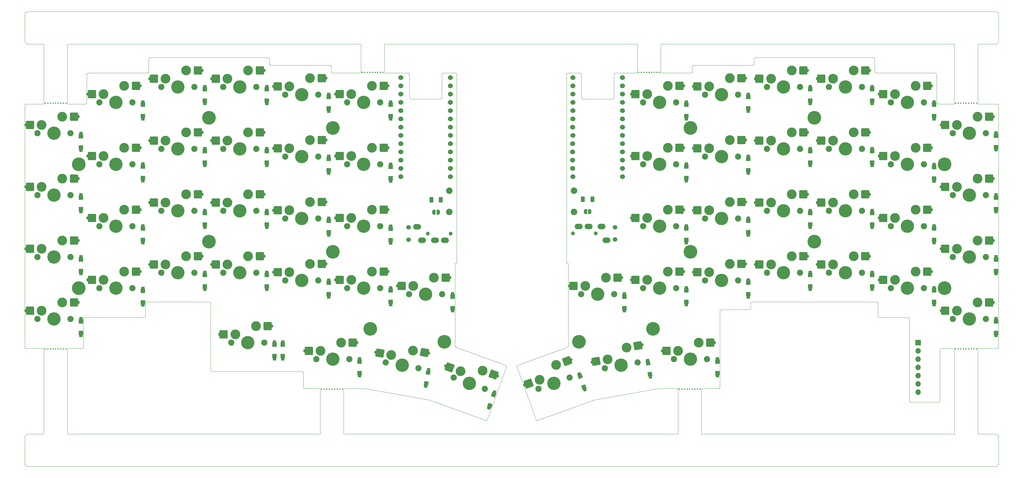
<source format=gbs>
G04 #@! TF.GenerationSoftware,KiCad,Pcbnew,7.0.2*
G04 #@! TF.CreationDate,2023-09-16T21:04:49+09:00*
G04 #@! TF.ProjectId,SumNight57,53756d4e-6967-4687-9435-372e6b696361,rev?*
G04 #@! TF.SameCoordinates,Original*
G04 #@! TF.FileFunction,Soldermask,Bot*
G04 #@! TF.FilePolarity,Negative*
%FSLAX46Y46*%
G04 Gerber Fmt 4.6, Leading zero omitted, Abs format (unit mm)*
G04 Created by KiCad (PCBNEW 7.0.2) date 2023-09-16 21:04:49*
%MOMM*%
%LPD*%
G01*
G04 APERTURE LIST*
G04 Aperture macros list*
%AMRoundRect*
0 Rectangle with rounded corners*
0 $1 Rounding radius*
0 $2 $3 $4 $5 $6 $7 $8 $9 X,Y pos of 4 corners*
0 Add a 4 corners polygon primitive as box body*
4,1,4,$2,$3,$4,$5,$6,$7,$8,$9,$2,$3,0*
0 Add four circle primitives for the rounded corners*
1,1,$1+$1,$2,$3*
1,1,$1+$1,$4,$5*
1,1,$1+$1,$6,$7*
1,1,$1+$1,$8,$9*
0 Add four rect primitives between the rounded corners*
20,1,$1+$1,$2,$3,$4,$5,0*
20,1,$1+$1,$4,$5,$6,$7,0*
20,1,$1+$1,$6,$7,$8,$9,0*
20,1,$1+$1,$8,$9,$2,$3,0*%
%AMFreePoly0*
4,1,5,0.300000,-0.500000,-0.300000,-0.500000,-0.300000,0.500000,0.300000,0.500000,0.300000,-0.500000,0.300000,-0.500000,$1*%
%AMFreePoly1*
4,1,5,0.700000,-0.650000,-0.700000,-0.650000,-0.700000,0.650000,0.700000,0.650000,0.700000,-0.650000,0.700000,-0.650000,$1*%
%AMFreePoly2*
4,1,19,0.500000,-0.750000,0.000000,-0.750000,0.000000,-0.744911,-0.071157,-0.744911,-0.207708,-0.704816,-0.327430,-0.627875,-0.420627,-0.520320,-0.479746,-0.390866,-0.500000,-0.250000,-0.500000,0.250000,-0.479746,0.390866,-0.420627,0.520320,-0.327430,0.627875,-0.207708,0.704816,-0.071157,0.744911,0.000000,0.744911,0.000000,0.750000,0.500000,0.750000,0.500000,-0.750000,0.500000,-0.750000,
$1*%
%AMFreePoly3*
4,1,19,0.000000,0.744911,0.071157,0.744911,0.207708,0.704816,0.327430,0.627875,0.420627,0.520320,0.479746,0.390866,0.500000,0.250000,0.500000,-0.250000,0.479746,-0.390866,0.420627,-0.520320,0.327430,-0.627875,0.207708,-0.704816,0.071157,-0.744911,0.000000,-0.744911,0.000000,-0.750000,-0.500000,-0.750000,-0.500000,0.750000,0.000000,0.750000,0.000000,0.744911,0.000000,0.744911,
$1*%
G04 Aperture macros list end*
%ADD10C,4.200000*%
%ADD11R,1.700000X1.700000*%
%ADD12O,1.700000X1.700000*%
%ADD13C,1.397000*%
%ADD14C,1.200000*%
%ADD15O,2.500000X1.700000*%
%ADD16C,0.450000*%
%ADD17C,1.524000*%
%ADD18C,2.000000*%
%ADD19C,1.900000*%
%ADD20C,3.000000*%
%ADD21C,4.100000*%
%ADD22C,1.000000*%
%ADD23RoundRect,0.250000X1.025000X1.000000X-1.025000X1.000000X-1.025000X-1.000000X1.025000X-1.000000X0*%
%ADD24RoundRect,0.250000X-1.025000X-1.000000X1.025000X-1.000000X1.025000X1.000000X-1.025000X1.000000X0*%
%ADD25FreePoly0,90.000000*%
%ADD26FreePoly1,270.000000*%
%ADD27RoundRect,0.250000X0.312500X0.625000X-0.312500X0.625000X-0.312500X-0.625000X0.312500X-0.625000X0*%
%ADD28FreePoly0,80.000000*%
%ADD29FreePoly1,260.000000*%
%ADD30FreePoly2,180.000000*%
%ADD31FreePoly3,180.000000*%
%ADD32FreePoly0,70.000000*%
%ADD33FreePoly1,250.000000*%
%ADD34RoundRect,0.250000X-0.312500X-0.625000X0.312500X-0.625000X0.312500X0.625000X-0.312500X0.625000X0*%
%ADD35FreePoly0,110.000000*%
%ADD36FreePoly1,290.000000*%
%ADD37RoundRect,0.250000X1.183076X0.806818X-0.835780X1.162797X-1.183076X-0.806818X0.835780X-1.162797X0*%
%ADD38RoundRect,0.250000X-1.183076X-0.806818X0.835780X-1.162797X1.183076X0.806818X-0.835780X1.162797X0*%
%ADD39FreePoly0,100.000000*%
%ADD40FreePoly1,280.000000*%
%ADD41FreePoly2,0.000000*%
%ADD42FreePoly3,0.000000*%
%ADD43RoundRect,0.250000X0.621165X1.290263X-1.305205X0.589122X-0.621165X-1.290263X1.305205X-0.589122X0*%
%ADD44RoundRect,0.250000X-0.621165X-1.290263X1.305205X-0.589122X0.621165X1.290263X-1.305205X0.589122X0*%
%ADD45RoundRect,0.250000X0.835780X1.162797X-1.183076X0.806818X-0.835780X-1.162797X1.183076X-0.806818X0*%
%ADD46RoundRect,0.250000X-0.835780X-1.162797X1.183076X-0.806818X0.835780X1.162797X-1.183076X0.806818X0*%
%ADD47RoundRect,0.250000X1.305205X0.589122X-0.621165X1.290263X-1.305205X-0.589122X0.621165X-1.290263X0*%
%ADD48RoundRect,0.250000X-1.305205X-0.589122X0.621165X-1.290263X1.305205X0.589122X-0.621165X1.290263X0*%
G04 #@! TA.AperFunction,Profile*
%ADD49C,0.074083*%
G04 #@! TD*
G04 APERTURE END LIST*
D10*
X64479974Y-110886144D03*
D11*
X282615974Y-141913644D03*
D12*
X282615974Y-144453644D03*
X282615974Y-146993644D03*
X282615974Y-149533644D03*
X282615974Y-152073644D03*
X282615974Y-154613644D03*
X282615974Y-157153644D03*
D13*
X125894974Y-106479894D03*
D10*
X102579974Y-75938644D03*
D13*
X189355974Y-106429894D03*
D10*
X290684974Y-125173644D03*
D14*
X176415974Y-108329894D03*
X183415974Y-108329894D03*
D15*
X181215974Y-106229894D03*
X178215974Y-106229894D03*
X186715974Y-110429894D03*
X185215974Y-106229894D03*
D16*
X294129974Y-143923644D03*
X294929974Y-143923644D03*
X295729974Y-143923644D03*
X296529974Y-143923644D03*
X297329974Y-143923644D03*
X298129974Y-143923644D03*
X298929974Y-143923644D03*
X299729974Y-143923644D03*
X300529974Y-143923644D03*
D10*
X201027718Y-137710256D03*
X24474974Y-87073644D03*
D16*
X14129974Y-143923644D03*
X14929974Y-143923644D03*
X15729974Y-143923644D03*
X16529974Y-143923644D03*
X17329974Y-143923644D03*
X18129974Y-143923644D03*
X18929974Y-143923644D03*
X19729974Y-143923644D03*
X20529974Y-143923644D03*
X14129974Y-68323644D03*
X14929974Y-68323644D03*
X15729974Y-68323644D03*
X16529974Y-68323644D03*
X17329974Y-68323644D03*
X18129974Y-68323644D03*
X18929974Y-68323644D03*
X19729974Y-68323644D03*
X20529974Y-68323644D03*
D17*
X138774974Y-62919894D03*
X138774974Y-65459894D03*
X138774974Y-67999894D03*
X138774974Y-70539894D03*
X138774974Y-73079894D03*
X138784974Y-75619894D03*
X138774974Y-78159894D03*
X138774974Y-80699894D03*
X138784974Y-83239894D03*
X138784974Y-85779894D03*
X138784974Y-88319894D03*
X138774974Y-90859894D03*
X123534974Y-90859894D03*
X123524974Y-88319894D03*
X123524974Y-85779894D03*
X123524974Y-83239894D03*
X123524974Y-80699894D03*
X123534974Y-78159894D03*
X123524974Y-75619894D03*
X123534974Y-73079894D03*
X123534974Y-70539894D03*
X123534974Y-67999894D03*
X123534974Y-65459894D03*
X123534974Y-62919894D03*
X123534974Y-60379894D03*
X138774974Y-60379894D03*
D13*
X189355974Y-110229895D03*
D16*
X111629974Y-58798644D03*
X112429974Y-58798644D03*
X113229974Y-58798644D03*
X114029974Y-58798644D03*
X114829974Y-58798644D03*
X115629974Y-58798644D03*
X116429974Y-58798644D03*
X117229974Y-58798644D03*
X118029974Y-58798644D03*
D10*
X212579974Y-114038644D03*
D17*
X191624974Y-62919894D03*
X191624974Y-65459894D03*
X191624974Y-67999894D03*
X191624974Y-70539894D03*
X191624974Y-73079894D03*
X191634974Y-75619894D03*
X191624974Y-78159894D03*
X191624974Y-80699894D03*
X191634974Y-83239894D03*
X191634974Y-85779894D03*
X191634974Y-88319894D03*
X191624974Y-90859894D03*
X176384974Y-90859894D03*
X176374974Y-88319894D03*
X176374974Y-85779894D03*
X176374974Y-83239894D03*
X176374974Y-80699894D03*
X176384974Y-78159894D03*
X176374974Y-75619894D03*
X176384974Y-73079894D03*
X176384974Y-70539894D03*
X176384974Y-67999894D03*
X176384974Y-65459894D03*
X176384974Y-62919894D03*
X176384974Y-60379894D03*
X191624974Y-60379894D03*
D16*
X209129974Y-156282644D03*
X209929974Y-156282644D03*
X210729974Y-156282644D03*
X211529974Y-156282644D03*
X212329974Y-156282644D03*
X213129974Y-156282644D03*
X213929974Y-156282644D03*
X214729974Y-156282644D03*
X215529974Y-156282644D03*
D10*
X290684974Y-87073644D03*
D16*
X196629974Y-58798644D03*
X197429974Y-58798644D03*
X198229974Y-58798644D03*
X199029974Y-58798644D03*
X199829974Y-58798644D03*
X200629974Y-58798644D03*
X201429974Y-58798644D03*
X202229974Y-58798644D03*
X203029974Y-58798644D03*
D10*
X102579974Y-114038644D03*
X250679974Y-110886144D03*
X114131980Y-137710006D03*
X24474974Y-125173644D03*
D14*
X138834974Y-108379894D03*
X131834974Y-108379894D03*
D15*
X134034974Y-110479894D03*
X137034974Y-110479894D03*
X128534974Y-106279894D03*
X130034974Y-110479894D03*
D10*
X250679974Y-72786144D03*
X64479974Y-72786144D03*
X178273170Y-141722664D03*
D16*
X99129974Y-156282644D03*
X99929974Y-156282644D03*
X100729974Y-156282644D03*
X101529974Y-156282644D03*
X102329974Y-156282644D03*
X103129974Y-156282644D03*
X103929974Y-156282644D03*
X104729974Y-156282644D03*
X105529974Y-156282644D03*
D18*
X176715974Y-95229894D03*
X176715974Y-101729894D03*
D10*
X136885822Y-141722413D03*
D16*
X294129974Y-68323644D03*
X294929974Y-68323644D03*
X295729974Y-68323644D03*
X296529974Y-68323644D03*
X297329974Y-68323644D03*
X298129974Y-68323644D03*
X298929974Y-68323644D03*
X299729974Y-68323644D03*
X300529974Y-68323644D03*
D13*
X125894974Y-110279894D03*
D10*
X212579974Y-75938644D03*
D18*
X138434974Y-95229894D03*
X138434974Y-101729894D03*
D19*
X68924974Y-120411144D03*
D20*
X70194974Y-117871144D03*
D21*
X74004974Y-120411144D03*
D20*
X76544974Y-115331144D03*
D19*
X79084974Y-120411144D03*
D22*
X65369974Y-117871144D03*
D23*
X66619974Y-117871144D03*
D24*
X80119974Y-115331144D03*
D22*
X81394974Y-115331144D03*
D19*
X197974974Y-106123644D03*
D20*
X199244974Y-103583644D03*
D21*
X203054974Y-106123644D03*
D20*
X205594974Y-101043644D03*
D19*
X208134974Y-106123644D03*
D22*
X194419974Y-103583644D03*
D23*
X195669974Y-103583644D03*
D24*
X209169974Y-101043644D03*
D22*
X210444974Y-101043644D03*
D25*
X230367474Y-70892394D03*
D26*
X230367474Y-69917394D03*
X230367474Y-66367394D03*
D25*
X230367474Y-65392394D03*
X120367474Y-73273644D03*
D26*
X120367474Y-72298644D03*
X120367474Y-68748644D03*
D25*
X120367474Y-67773644D03*
D19*
X236074974Y-101361144D03*
D20*
X237344974Y-98821144D03*
D21*
X241154974Y-101361144D03*
D20*
X243694974Y-96281144D03*
D19*
X246234974Y-101361144D03*
D22*
X232519974Y-98821144D03*
D23*
X233769974Y-98821144D03*
D24*
X247269974Y-96281144D03*
D22*
X248544974Y-96281144D03*
D19*
X293224974Y-77548644D03*
D20*
X294494974Y-75008644D03*
D21*
X298304974Y-77548644D03*
D20*
X300844974Y-72468644D03*
D19*
X303384974Y-77548644D03*
D22*
X289669974Y-75008644D03*
D23*
X290919974Y-75008644D03*
D24*
X304419974Y-72468644D03*
D22*
X305694974Y-72468644D03*
D27*
X135791474Y-97986894D03*
X132866474Y-97986894D03*
D28*
X131111192Y-155527019D03*
D29*
X131280498Y-154566832D03*
X131896950Y-151070764D03*
D28*
X132066256Y-150110577D03*
D19*
X97499724Y-147057644D03*
D20*
X98769724Y-144517644D03*
D21*
X102579724Y-147057644D03*
D20*
X105119724Y-141977644D03*
D19*
X107659724Y-147057644D03*
D22*
X93944724Y-144517644D03*
D23*
X95194724Y-144517644D03*
D24*
X108694724Y-141977644D03*
D22*
X109969724Y-141977644D03*
D25*
X25117474Y-82928644D03*
D26*
X25117474Y-81953644D03*
X25117474Y-78403644D03*
D25*
X25117474Y-77428644D03*
X120367474Y-130423644D03*
D26*
X120367474Y-129448644D03*
X120367474Y-125898644D03*
D25*
X120367474Y-124923644D03*
X220842474Y-152307894D03*
D26*
X220842474Y-151332894D03*
X220842474Y-147782894D03*
D25*
X220842474Y-146807894D03*
D19*
X49874974Y-63261144D03*
D20*
X51144974Y-60721144D03*
D21*
X54954974Y-63261144D03*
D20*
X57494974Y-58181144D03*
D19*
X60034974Y-63261144D03*
D22*
X46319974Y-60721144D03*
D23*
X47569974Y-60721144D03*
D24*
X61069974Y-58181144D03*
D22*
X62344974Y-58181144D03*
D19*
X126074974Y-127054894D03*
D20*
X127344974Y-124514894D03*
D21*
X131154974Y-127054894D03*
D20*
X133694974Y-121974894D03*
D19*
X136234974Y-127054894D03*
D22*
X122519974Y-124514894D03*
D23*
X123769974Y-124514894D03*
D24*
X137269974Y-121974894D03*
D22*
X138544974Y-121974894D03*
D19*
X71305974Y-141977644D03*
D20*
X72575974Y-139437644D03*
D21*
X76385974Y-141977644D03*
D20*
X78925974Y-136897644D03*
D19*
X81465974Y-141977644D03*
D22*
X67750974Y-139437644D03*
D23*
X69000974Y-139437644D03*
D24*
X82500974Y-136897644D03*
D22*
X83775974Y-136897644D03*
D25*
X230367474Y-128042394D03*
D26*
X230367474Y-127067394D03*
X230367474Y-123517394D03*
D25*
X230367474Y-122542394D03*
X25117474Y-101848644D03*
D26*
X25117474Y-100873644D03*
X25117474Y-97323644D03*
D25*
X25117474Y-96348644D03*
X87188474Y-147092394D03*
D26*
X87188474Y-146117394D03*
X87188474Y-142567394D03*
D25*
X87188474Y-141592394D03*
D19*
X30824974Y-125173644D03*
D20*
X32094974Y-122633644D03*
D21*
X35904974Y-125173644D03*
D20*
X38444974Y-120093644D03*
D19*
X40984974Y-125173644D03*
D22*
X27269974Y-122633644D03*
D23*
X28519974Y-122633644D03*
D24*
X42019974Y-120093644D03*
D22*
X43294974Y-120093644D03*
D25*
X287517474Y-130423644D03*
D26*
X287517474Y-129448644D03*
X287517474Y-125898644D03*
D25*
X287517474Y-124923644D03*
D19*
X11774974Y-77548644D03*
D20*
X13044974Y-75008644D03*
D21*
X16854974Y-77548644D03*
D20*
X19394974Y-72468644D03*
D19*
X21934974Y-77548644D03*
D22*
X8219974Y-75008644D03*
D23*
X9469974Y-75008644D03*
D24*
X22969974Y-72468644D03*
D22*
X24244974Y-72468644D03*
D19*
X30824974Y-68023644D03*
D20*
X32094974Y-65483644D03*
D21*
X35904974Y-68023644D03*
D20*
X38444974Y-62943644D03*
D19*
X40984974Y-68023644D03*
D22*
X27269974Y-65483644D03*
D23*
X28519974Y-65483644D03*
D24*
X42019974Y-62943644D03*
D22*
X43294974Y-62943644D03*
D25*
X287517474Y-92453644D03*
D26*
X287517474Y-91478644D03*
X287517474Y-87928644D03*
D25*
X287517474Y-86953644D03*
X82267474Y-106611144D03*
D26*
X82267474Y-105636144D03*
X82267474Y-102086144D03*
D25*
X82267474Y-101111144D03*
X249417474Y-87561144D03*
D26*
X249417474Y-86586144D03*
X249417474Y-83036144D03*
D25*
X249417474Y-82061144D03*
D19*
X274174974Y-87073644D03*
D20*
X275444974Y-84533644D03*
D21*
X279254974Y-87073644D03*
D20*
X281794974Y-81993644D03*
D19*
X284334974Y-87073644D03*
D22*
X270619974Y-84533644D03*
D23*
X271869974Y-84533644D03*
D24*
X285369974Y-81993644D03*
D22*
X286644974Y-81993644D03*
D19*
X217024974Y-103742394D03*
D20*
X218294974Y-101202394D03*
D21*
X222104974Y-103742394D03*
D20*
X224644974Y-98662394D03*
D19*
X227184974Y-103742394D03*
D22*
X213469974Y-101202394D03*
D23*
X214719974Y-101202394D03*
D24*
X228219974Y-98662394D03*
D22*
X229494974Y-98662394D03*
D30*
X181587974Y-101669894D03*
D31*
X180287974Y-101669894D03*
D25*
X101317474Y-70892394D03*
D26*
X101317474Y-69917394D03*
X101317474Y-66367394D03*
D25*
X101317474Y-65392394D03*
X249417474Y-68511144D03*
D26*
X249417474Y-67536144D03*
X249417474Y-63986144D03*
D25*
X249417474Y-63011144D03*
D19*
X255124974Y-120411144D03*
D20*
X256394974Y-117871144D03*
D21*
X260204974Y-120411144D03*
D20*
X262744974Y-115331144D03*
D19*
X265284974Y-120411144D03*
D22*
X251569974Y-117871144D03*
D23*
X252819974Y-117871144D03*
D24*
X266319974Y-115331144D03*
D22*
X267594974Y-115331144D03*
D25*
X63217474Y-106611144D03*
D26*
X63217474Y-105636144D03*
X63217474Y-102086144D03*
D25*
X63217474Y-101111144D03*
X63217474Y-87561144D03*
D26*
X63217474Y-86586144D03*
X63217474Y-83036144D03*
D25*
X63217474Y-82061144D03*
X287517474Y-111373644D03*
D26*
X287517474Y-110398644D03*
X287517474Y-106848644D03*
D25*
X287517474Y-105873644D03*
D32*
X150513507Y-162216451D03*
D33*
X150846976Y-161300250D03*
X152061148Y-157964342D03*
D32*
X152394617Y-157048141D03*
D19*
X49874974Y-82311144D03*
D20*
X51144974Y-79771144D03*
D21*
X54954974Y-82311144D03*
D20*
X57494974Y-77231144D03*
D19*
X60034974Y-82311144D03*
D22*
X46319974Y-79771144D03*
D23*
X47569974Y-79771144D03*
D24*
X61069974Y-77231144D03*
D22*
X62344974Y-77231144D03*
D19*
X236074974Y-82311144D03*
D20*
X237344974Y-79771144D03*
D21*
X241154974Y-82311144D03*
D20*
X243694974Y-77231144D03*
D19*
X246234974Y-82311144D03*
D22*
X232519974Y-79771144D03*
D23*
X233769974Y-79771144D03*
D24*
X247269974Y-77231144D03*
D22*
X248544974Y-77231144D03*
D19*
X197974974Y-125173644D03*
D20*
X199244974Y-122633644D03*
D21*
X203054974Y-125173644D03*
D20*
X205594974Y-120093644D03*
D19*
X208134974Y-125173644D03*
D22*
X194419974Y-122633644D03*
D23*
X195669974Y-122633644D03*
D24*
X209169974Y-120093644D03*
D22*
X210444974Y-120093644D03*
D19*
X107024974Y-125173644D03*
D20*
X108294974Y-122633644D03*
D21*
X112104974Y-125173644D03*
D20*
X114644974Y-120093644D03*
D19*
X117184974Y-125173644D03*
D22*
X103469974Y-122633644D03*
D23*
X104719974Y-122633644D03*
D24*
X118219974Y-120093644D03*
D22*
X119494974Y-120093644D03*
D19*
X107024974Y-87073644D03*
D20*
X108294974Y-84533644D03*
D21*
X112104974Y-87073644D03*
D20*
X114644974Y-81993644D03*
D19*
X117184974Y-87073644D03*
D22*
X103469974Y-84533644D03*
D23*
X104719974Y-84533644D03*
D24*
X118219974Y-81993644D03*
D22*
X119494974Y-81993644D03*
D25*
X230367474Y-89942394D03*
D26*
X230367474Y-88967394D03*
X230367474Y-85417394D03*
D25*
X230367474Y-84442394D03*
X25117474Y-120898644D03*
D26*
X25117474Y-119923644D03*
X25117474Y-116373644D03*
D25*
X25117474Y-115398644D03*
X44167474Y-130553644D03*
D26*
X44167474Y-129578644D03*
X44167474Y-126028644D03*
D25*
X44167474Y-125053644D03*
D19*
X293224974Y-134698644D03*
D20*
X294494974Y-132158644D03*
D21*
X298304974Y-134698644D03*
D20*
X300844974Y-129618644D03*
D19*
X303384974Y-134698644D03*
D22*
X289669974Y-132158644D03*
D23*
X290919974Y-132158644D03*
D24*
X304419974Y-129618644D03*
D22*
X305694974Y-129618644D03*
D25*
X25117474Y-139948644D03*
D26*
X25117474Y-138973644D03*
X25117474Y-135423644D03*
D25*
X25117474Y-134448644D03*
D19*
X274174974Y-68023644D03*
D20*
X275444974Y-65483644D03*
D21*
X279254974Y-68023644D03*
D20*
X281794974Y-62943644D03*
D19*
X284334974Y-68023644D03*
D22*
X270619974Y-65483644D03*
D23*
X271869974Y-65483644D03*
D24*
X285369974Y-62943644D03*
D22*
X286644974Y-62943644D03*
D19*
X236074974Y-120411144D03*
D20*
X237344974Y-117871144D03*
D21*
X241154974Y-120411144D03*
D20*
X243694974Y-115331144D03*
D19*
X246234974Y-120411144D03*
D22*
X232519974Y-117871144D03*
D23*
X233769974Y-117871144D03*
D24*
X247269974Y-115331144D03*
D22*
X248544974Y-115331144D03*
D19*
X49874974Y-120411144D03*
D20*
X51144974Y-117871144D03*
D21*
X54954974Y-120411144D03*
D20*
X57494974Y-115331144D03*
D19*
X60034974Y-120411144D03*
D22*
X46319974Y-117871144D03*
D23*
X47569974Y-117871144D03*
D24*
X61069974Y-115331144D03*
D22*
X62344974Y-115331144D03*
D25*
X211317474Y-130423644D03*
D26*
X211317474Y-129448644D03*
X211317474Y-125898644D03*
D25*
X211317474Y-124923644D03*
D19*
X207499974Y-147057894D03*
D20*
X208769974Y-144517894D03*
D21*
X212579974Y-147057894D03*
D20*
X215119974Y-141977894D03*
D19*
X217659974Y-147057894D03*
D22*
X203944974Y-144517894D03*
D23*
X205194974Y-144517894D03*
D24*
X218694974Y-141977894D03*
D22*
X219969974Y-141977894D03*
D19*
X274174974Y-125173644D03*
D20*
X275444974Y-122633644D03*
D21*
X279254974Y-125173644D03*
D20*
X281794974Y-120093644D03*
D19*
X284334974Y-125173644D03*
D22*
X270619974Y-122633644D03*
D23*
X271869974Y-122633644D03*
D24*
X285369974Y-120093644D03*
D22*
X286644974Y-120093644D03*
D19*
X197974974Y-87073644D03*
D20*
X199244974Y-84533644D03*
D21*
X203054974Y-87073644D03*
D20*
X205594974Y-81993644D03*
D19*
X208134974Y-87073644D03*
D22*
X194419974Y-84533644D03*
D23*
X195669974Y-84533644D03*
D24*
X209169974Y-81993644D03*
D22*
X210444974Y-81993644D03*
D19*
X217024974Y-84692394D03*
D20*
X218294974Y-82152394D03*
D21*
X222104974Y-84692394D03*
D20*
X224644974Y-79612394D03*
D19*
X227184974Y-84692394D03*
D22*
X213469974Y-82152394D03*
D23*
X214719974Y-82152394D03*
D24*
X228219974Y-79612394D03*
D22*
X229494974Y-79612394D03*
D25*
X306567474Y-82798644D03*
D26*
X306567474Y-81823644D03*
X306567474Y-78273644D03*
D25*
X306567474Y-77298644D03*
X63217474Y-125661144D03*
D26*
X63217474Y-124686144D03*
X63217474Y-121136144D03*
D25*
X63217474Y-120161144D03*
D19*
X87974974Y-103742394D03*
D20*
X89244974Y-101202394D03*
D21*
X93054974Y-103742394D03*
D20*
X95594974Y-98662394D03*
D19*
X98134974Y-103742394D03*
D22*
X84419974Y-101202394D03*
D23*
X85669974Y-101202394D03*
D24*
X99169974Y-98662394D03*
D22*
X100444974Y-98662394D03*
D19*
X293224974Y-115648644D03*
D20*
X294494974Y-113108644D03*
D21*
X298304974Y-115648644D03*
D20*
X300844974Y-110568644D03*
D19*
X303384974Y-115648644D03*
D22*
X289669974Y-113108644D03*
D23*
X290919974Y-113108644D03*
D24*
X304419974Y-110568644D03*
D22*
X305694974Y-110568644D03*
D19*
X236074974Y-63261144D03*
D20*
X237344974Y-60721144D03*
D21*
X241154974Y-63261144D03*
D20*
X243694974Y-58181144D03*
D19*
X246234974Y-63261144D03*
D22*
X232519974Y-60721144D03*
D23*
X233769974Y-60721144D03*
D24*
X247269974Y-58181144D03*
D22*
X248544974Y-58181144D03*
D19*
X87974974Y-65642394D03*
D20*
X89244974Y-63102394D03*
D21*
X93054974Y-65642394D03*
D20*
X95594974Y-60562394D03*
D19*
X98134974Y-65642394D03*
D22*
X84419974Y-63102394D03*
D23*
X85669974Y-63102394D03*
D24*
X99169974Y-60562394D03*
D22*
X100444974Y-60562394D03*
D19*
X255124974Y-101361144D03*
D20*
X256394974Y-98821144D03*
D21*
X260204974Y-101361144D03*
D20*
X262744974Y-96281144D03*
D19*
X265284974Y-101361144D03*
D22*
X251569974Y-98821144D03*
D23*
X252819974Y-98821144D03*
D24*
X266319974Y-96281144D03*
D22*
X267594974Y-96281144D03*
D19*
X11774974Y-134698644D03*
D20*
X13044974Y-132158644D03*
D21*
X16854974Y-134698644D03*
D20*
X19394974Y-129618644D03*
D19*
X21934974Y-134698644D03*
D22*
X8219974Y-132158644D03*
D23*
X9469974Y-132158644D03*
D24*
X22969974Y-129618644D03*
D22*
X24244974Y-129618644D03*
D25*
X101317474Y-108992394D03*
D26*
X101317474Y-108017394D03*
X101317474Y-104467394D03*
D25*
X101317474Y-103492394D03*
X82267474Y-87561144D03*
D26*
X82267474Y-86586144D03*
X82267474Y-83036144D03*
D25*
X82267474Y-82061144D03*
D19*
X107024974Y-106123644D03*
D20*
X108294974Y-103583644D03*
D21*
X112104974Y-106123644D03*
D20*
X114644974Y-101043644D03*
D19*
X117184974Y-106123644D03*
D22*
X103469974Y-103583644D03*
D23*
X104719974Y-103583644D03*
D24*
X118219974Y-101043644D03*
D22*
X119494974Y-101043644D03*
D25*
X44167474Y-73273644D03*
D26*
X44167474Y-72298644D03*
X44167474Y-68748644D03*
D25*
X44167474Y-67773644D03*
D19*
X293224974Y-96598644D03*
D20*
X294494974Y-94058644D03*
D21*
X298304974Y-96598644D03*
D20*
X300844974Y-91518644D03*
D19*
X303384974Y-96598644D03*
D22*
X289669974Y-94058644D03*
D23*
X290919974Y-94058644D03*
D24*
X304419974Y-91518644D03*
D22*
X305694974Y-91518644D03*
D19*
X30824974Y-87073644D03*
D20*
X32094974Y-84533644D03*
D21*
X35904974Y-87073644D03*
D20*
X38444974Y-81993644D03*
D19*
X40984974Y-87073644D03*
D22*
X27269974Y-84533644D03*
D23*
X28519974Y-84533644D03*
D24*
X42019974Y-81993644D03*
D22*
X43294974Y-81993644D03*
D25*
X306567474Y-101848644D03*
D26*
X306567474Y-100873644D03*
X306567474Y-97323644D03*
D25*
X306567474Y-96348644D03*
X82267474Y-68511144D03*
D26*
X82267474Y-67536144D03*
X82267474Y-63986144D03*
D25*
X82267474Y-63011144D03*
D19*
X274174974Y-106123644D03*
D20*
X275444974Y-103583644D03*
D21*
X279254974Y-106123644D03*
D20*
X281794974Y-101043644D03*
D19*
X284334974Y-106123644D03*
D22*
X270619974Y-103583644D03*
D23*
X271869974Y-103583644D03*
D24*
X285369974Y-101043644D03*
D22*
X286644974Y-101043644D03*
D34*
X179475474Y-97859894D03*
X182400474Y-97859894D03*
D25*
X230367474Y-108992394D03*
D26*
X230367474Y-108017394D03*
X230367474Y-104467394D03*
D25*
X230367474Y-103492394D03*
X306567474Y-139948644D03*
D26*
X306567474Y-138973644D03*
X306567474Y-135423644D03*
D25*
X306567474Y-134448644D03*
D19*
X87974974Y-122792394D03*
D20*
X89244974Y-120252394D03*
D21*
X93054974Y-122792394D03*
D20*
X95594974Y-117712394D03*
D19*
X98134974Y-122792394D03*
D22*
X84419974Y-120252394D03*
D23*
X85669974Y-120252394D03*
D24*
X99169974Y-117712394D03*
D22*
X100444974Y-117712394D03*
D25*
X211317474Y-92323644D03*
D26*
X211317474Y-91348644D03*
X211317474Y-87798644D03*
D25*
X211317474Y-86823644D03*
X101317474Y-89942394D03*
D26*
X101317474Y-88967394D03*
X101317474Y-85417394D03*
D25*
X101317474Y-84442394D03*
X63217474Y-68511144D03*
D26*
X63217474Y-67536144D03*
X63217474Y-63986144D03*
D25*
X63217474Y-63011144D03*
X287517474Y-73273644D03*
D26*
X287517474Y-72298644D03*
X287517474Y-68748644D03*
D25*
X287517474Y-67773644D03*
D19*
X255124974Y-63261144D03*
D20*
X256394974Y-60721144D03*
D21*
X260204974Y-63261144D03*
D20*
X262744974Y-58181144D03*
D19*
X265284974Y-63261144D03*
D22*
X251569974Y-60721144D03*
D23*
X252819974Y-60721144D03*
D24*
X266319974Y-58181144D03*
D22*
X267594974Y-58181144D03*
D35*
X180173905Y-156564820D03*
D36*
X179840436Y-155648619D03*
X178626264Y-152312711D03*
D35*
X178292795Y-151396510D03*
D19*
X118883047Y-148039878D03*
D20*
X120574819Y-145759000D03*
D21*
X123885870Y-148922011D03*
D20*
X127269414Y-144360254D03*
D19*
X128888693Y-149804144D03*
D22*
X115823121Y-144921147D03*
D37*
X117054131Y-145138208D03*
D38*
X130790102Y-144981046D03*
D22*
X132045732Y-145202448D03*
D25*
X139417474Y-132304894D03*
D26*
X139417474Y-131329894D03*
X139417474Y-127779894D03*
D25*
X139417474Y-126804894D03*
D19*
X217024974Y-122792394D03*
D20*
X218294974Y-120252394D03*
D21*
X222104974Y-122792394D03*
D20*
X224644974Y-117712394D03*
D19*
X227184974Y-122792394D03*
D22*
X213469974Y-120252394D03*
D23*
X214719974Y-120252394D03*
D24*
X228219974Y-117712394D03*
D22*
X229494974Y-117712394D03*
D25*
X44167474Y-111373644D03*
D26*
X44167474Y-110398644D03*
X44167474Y-106848644D03*
D25*
X44167474Y-105873644D03*
X82267474Y-125661144D03*
D26*
X82267474Y-124686144D03*
X82267474Y-121136144D03*
D25*
X82267474Y-120161144D03*
D19*
X217024974Y-65642394D03*
D20*
X218294974Y-63102394D03*
D21*
X222104974Y-65642394D03*
D20*
X224644974Y-60562394D03*
D19*
X227184974Y-65642394D03*
D22*
X213469974Y-63102394D03*
D23*
X214719974Y-63102394D03*
D24*
X228219974Y-60562394D03*
D22*
X229494974Y-60562394D03*
D25*
X110842224Y-152307644D03*
D26*
X110842224Y-151332644D03*
X110842224Y-147782644D03*
D25*
X110842224Y-146807644D03*
D19*
X68924974Y-101361144D03*
D20*
X70194974Y-98821144D03*
D21*
X74004974Y-101361144D03*
D20*
X76544974Y-96281144D03*
D19*
X79084974Y-101361144D03*
D22*
X65369974Y-98821144D03*
D23*
X66619974Y-98821144D03*
D24*
X80119974Y-96281144D03*
D22*
X81394974Y-96281144D03*
D19*
X11774974Y-96598644D03*
D20*
X13044974Y-94058644D03*
D21*
X16854974Y-96598644D03*
D20*
X19394974Y-91518644D03*
D19*
X21934974Y-96598644D03*
D22*
X8219974Y-94058644D03*
D23*
X9469974Y-94058644D03*
D24*
X22969974Y-91518644D03*
D22*
X24244974Y-91518644D03*
D25*
X306567474Y-120898644D03*
D26*
X306567474Y-119923644D03*
X306567474Y-116373644D03*
D25*
X306567474Y-115398644D03*
X84648474Y-147092394D03*
D26*
X84648474Y-146117394D03*
X84648474Y-142567394D03*
D25*
X84648474Y-141592394D03*
D19*
X178924974Y-127054894D03*
D20*
X180194974Y-124514894D03*
D21*
X184004974Y-127054894D03*
D20*
X186544974Y-121974894D03*
D19*
X189084974Y-127054894D03*
D22*
X175369974Y-124514894D03*
D23*
X176619974Y-124514894D03*
D24*
X190119974Y-121974894D03*
D22*
X191394974Y-121974894D03*
D25*
X268467474Y-68511144D03*
D26*
X268467474Y-67536144D03*
X268467474Y-63986144D03*
D25*
X268467474Y-63011144D03*
D19*
X68924974Y-82311144D03*
D20*
X70194974Y-79771144D03*
D21*
X74004974Y-82311144D03*
D20*
X76544974Y-77231144D03*
D19*
X79084974Y-82311144D03*
D22*
X65369974Y-79771144D03*
D23*
X66619974Y-79771144D03*
D24*
X80119974Y-77231144D03*
D22*
X81394974Y-77231144D03*
D19*
X87974974Y-84692394D03*
D20*
X89244974Y-82152394D03*
D21*
X93054974Y-84692394D03*
D20*
X95594974Y-79612394D03*
D19*
X98134974Y-84692394D03*
D22*
X84419974Y-82152394D03*
D23*
X85669974Y-82152394D03*
D24*
X99169974Y-79612394D03*
D22*
X100444974Y-79612394D03*
D19*
X49874974Y-101361144D03*
D20*
X51144974Y-98821144D03*
D21*
X54954974Y-101361144D03*
D20*
X57494974Y-96281144D03*
D19*
X60034974Y-101361144D03*
D22*
X46319974Y-98821144D03*
D23*
X47569974Y-98821144D03*
D24*
X61069974Y-96281144D03*
D22*
X62344974Y-96281144D03*
D39*
X200321748Y-152657734D03*
D40*
X200152442Y-151697547D03*
X199535990Y-148201479D03*
D39*
X199366684Y-147241292D03*
D19*
X30824974Y-106123644D03*
D20*
X32094974Y-103583644D03*
D21*
X35904974Y-106123644D03*
D20*
X38444974Y-101043644D03*
D19*
X40984974Y-106123644D03*
D22*
X27269974Y-103583644D03*
D23*
X28519974Y-103583644D03*
D24*
X42019974Y-101043644D03*
D22*
X43294974Y-101043644D03*
D25*
X268467474Y-87561144D03*
D26*
X268467474Y-86586144D03*
X268467474Y-83036144D03*
D25*
X268467474Y-82061144D03*
D41*
X133678974Y-101796894D03*
D42*
X134978974Y-101796894D03*
D25*
X120367474Y-92377394D03*
D26*
X120367474Y-91402394D03*
X120367474Y-87852394D03*
D25*
X120367474Y-86877394D03*
X211317474Y-73273644D03*
D26*
X211317474Y-72298644D03*
X211317474Y-68748644D03*
D25*
X211317474Y-67773644D03*
D19*
X11774974Y-115648644D03*
D20*
X13044974Y-113108644D03*
D21*
X16854974Y-115648644D03*
D20*
X19394974Y-110568644D03*
D19*
X21934974Y-115648644D03*
D22*
X8219974Y-113108644D03*
D23*
X9469974Y-113108644D03*
D24*
X22969974Y-110568644D03*
D22*
X24244974Y-110568644D03*
D19*
X255124974Y-82311144D03*
D20*
X256394974Y-79771144D03*
D21*
X260204974Y-82311144D03*
D20*
X262744974Y-77231144D03*
D19*
X265284974Y-82311144D03*
D22*
X251569974Y-79771144D03*
D23*
X252819974Y-79771144D03*
D24*
X266319974Y-77231144D03*
D22*
X267594974Y-77231144D03*
D25*
X192267474Y-132304894D03*
D26*
X192267474Y-131329894D03*
X192267474Y-127779894D03*
D25*
X192267474Y-126804894D03*
X268467474Y-106611144D03*
D26*
X268467474Y-105636144D03*
X268467474Y-102086144D03*
D25*
X268467474Y-101111144D03*
X249417474Y-106611144D03*
D26*
X249417474Y-105636144D03*
X249417474Y-102086144D03*
D25*
X249417474Y-101111144D03*
X44167474Y-92323644D03*
D26*
X44167474Y-91348644D03*
X44167474Y-87798644D03*
D25*
X44167474Y-86823644D03*
X268467474Y-125661144D03*
D26*
X268467474Y-124686144D03*
X268467474Y-121136144D03*
D25*
X268467474Y-120161144D03*
X120367474Y-111427394D03*
D26*
X120367474Y-110452394D03*
X120367474Y-106902394D03*
D25*
X120367474Y-105927394D03*
D19*
X107024974Y-68023644D03*
D20*
X108294974Y-65483644D03*
D21*
X112104974Y-68023644D03*
D20*
X114644974Y-62943644D03*
D19*
X117184974Y-68023644D03*
D22*
X103469974Y-65483644D03*
D23*
X104719974Y-65483644D03*
D24*
X118219974Y-62943644D03*
D22*
X119494974Y-62943644D03*
D19*
X165840451Y-156194836D03*
D20*
X166165130Y-153373651D03*
D21*
X170614090Y-154457374D03*
D20*
X171263447Y-148815004D03*
D19*
X175387729Y-152719912D03*
D22*
X161631113Y-155023899D03*
D43*
X162805729Y-154596374D03*
D44*
X174622848Y-147592282D03*
D22*
X175820956Y-147156207D03*
D19*
X68924974Y-63261144D03*
D20*
X70194974Y-60721144D03*
D21*
X74004974Y-63261144D03*
D20*
X76544974Y-58181144D03*
D19*
X79084974Y-63261144D03*
D22*
X65369974Y-60721144D03*
D23*
X66619974Y-60721144D03*
D24*
X80119974Y-58181144D03*
D22*
X81394974Y-58181144D03*
D19*
X186270299Y-149804395D03*
D20*
X187079938Y-147082450D03*
D21*
X191273122Y-148922262D03*
D20*
X192892401Y-143478372D03*
D19*
X196275945Y-148040129D03*
D22*
X182328241Y-147920302D03*
D45*
X183559250Y-147703242D03*
D46*
X196413089Y-142857580D03*
D22*
X197668719Y-142636179D03*
D25*
X101317474Y-128042394D03*
D26*
X101317474Y-127067394D03*
X101317474Y-123517394D03*
D25*
X101317474Y-122542394D03*
X211317474Y-111373644D03*
D26*
X211317474Y-110398644D03*
X211317474Y-106848644D03*
D25*
X211317474Y-105873644D03*
D19*
X139771263Y-152719661D03*
D20*
X141833404Y-150767207D03*
D21*
X144544902Y-154457123D03*
D20*
X148669184Y-150552216D03*
D19*
X149318541Y-156194585D03*
D22*
X137299387Y-149116960D03*
D47*
X138474003Y-149544485D03*
D48*
X152028585Y-151774938D03*
D22*
X153226693Y-152211013D03*
D25*
X249417474Y-125661144D03*
D26*
X249417474Y-124686144D03*
X249417474Y-121136144D03*
D25*
X249417474Y-120161144D03*
D19*
X197974974Y-68023644D03*
D20*
X199244974Y-65483644D03*
D21*
X203054974Y-68023644D03*
D20*
X205594974Y-62943644D03*
D19*
X208134974Y-68023644D03*
D22*
X194419974Y-65483644D03*
D23*
X195669974Y-65483644D03*
D24*
X209169974Y-62943644D03*
D22*
X210444974Y-62943644D03*
D49*
X179035249Y-66670373D02*
X179044201Y-66693083D01*
X306573329Y-50029916D02*
X306525502Y-50040696D01*
X125728919Y-59004012D02*
X125753069Y-59008226D01*
X306381064Y-180058653D02*
X306329542Y-180059954D01*
X65077850Y-150664696D02*
X65063758Y-150644619D01*
X270191759Y-129744645D02*
X270181920Y-129722345D01*
X136463680Y-59036570D02*
X136486423Y-59027795D01*
X279576058Y-134214145D02*
X279551790Y-134208562D01*
X26698126Y-68409360D02*
X26716270Y-68393644D01*
X126395658Y-66926093D02*
X126416599Y-66938132D01*
X126375369Y-66913087D02*
X126395658Y-66926093D01*
X8000851Y-40500829D02*
X8028728Y-40461619D01*
X270267828Y-133889834D02*
X270259070Y-133867092D01*
X188556125Y-66995895D02*
X188581134Y-66992716D01*
X288319114Y-68218138D02*
X288329158Y-68240290D01*
X64979168Y-129910492D02*
X64977237Y-129885094D01*
X8193950Y-170288349D02*
X8231722Y-170258665D01*
X93757272Y-155984351D02*
X93737851Y-155969234D01*
X165421601Y-165874328D02*
X165398092Y-165869044D01*
X83060296Y-56289181D02*
X83069249Y-56311891D01*
X306481996Y-40071447D02*
X306531283Y-40080241D01*
X179104240Y-66797631D02*
X179119084Y-66816522D01*
X232119906Y-56218018D02*
X232124303Y-56193390D01*
X64778970Y-129535505D02*
X64759365Y-129521565D01*
X44959238Y-129767663D02*
X44951570Y-129790833D01*
X44929342Y-133723653D02*
X44927511Y-133748266D01*
X212859613Y-58913146D02*
X212879218Y-58899205D01*
X159516493Y-148892306D02*
X174650923Y-143383685D01*
X230730676Y-131806999D02*
X230706048Y-131811396D01*
X306963294Y-170286488D02*
X307000420Y-170318732D01*
X159448972Y-148922646D02*
X159470884Y-148911465D01*
X126603844Y-66995895D02*
X126629244Y-66997826D01*
X178626837Y-59013606D02*
X178650386Y-59020134D01*
X132083103Y-159531626D02*
X132072325Y-159529620D01*
X45968116Y-54544639D02*
X45977988Y-54522339D01*
X8208165Y-68538605D02*
X8232049Y-68533225D01*
X307184156Y-143577090D02*
X307165932Y-143594167D01*
X135973157Y-66884303D02*
X135991301Y-66868587D01*
X93684053Y-155918097D02*
X93667952Y-155899403D01*
X126070978Y-59221071D02*
X126084041Y-59241765D01*
X83176403Y-56470839D02*
X83193769Y-56487395D01*
X287904245Y-59014276D02*
X287927936Y-59021014D01*
X174609248Y-59162843D02*
X174626326Y-59144850D01*
X307184156Y-68669852D02*
X307201049Y-68687844D01*
X150067328Y-165643462D02*
X150054099Y-165664046D01*
X125952462Y-59096567D02*
X125971884Y-59111672D01*
X221557036Y-155796343D02*
X221546082Y-155818140D01*
X150079565Y-165622204D02*
X150067328Y-165643462D01*
X280081408Y-160077300D02*
X280065055Y-160058572D01*
X269943239Y-129483861D02*
X269920889Y-129473975D01*
X140405311Y-117530619D02*
X140393116Y-117532141D01*
X213408045Y-56647621D02*
X213431266Y-56639761D01*
X64985295Y-150441013D02*
X64982264Y-150416578D01*
X44882051Y-133912391D02*
X44871098Y-133934187D01*
X306477117Y-170070971D02*
X306525502Y-170079402D01*
X8193950Y-179831628D02*
X8157670Y-179800201D01*
X231145682Y-129810980D02*
X231140099Y-129835176D01*
X270117117Y-129619133D02*
X270101170Y-129600439D01*
X159234175Y-149150805D02*
X159245222Y-149128560D01*
X98730063Y-170060015D02*
X98730063Y-156082621D01*
X7890759Y-40716136D02*
X7908662Y-40670717D01*
X44746924Y-134085535D02*
X44727502Y-134100640D01*
X8440764Y-179981377D02*
X8396474Y-179961353D01*
X82990668Y-54541431D02*
X82999620Y-54564141D01*
X26380018Y-134198672D02*
X26355233Y-134199286D01*
X83019801Y-54635304D02*
X83024198Y-54659932D01*
X7830699Y-143248388D02*
X7830085Y-143223605D01*
X7830085Y-49059992D02*
X7830085Y-41060051D01*
X149564587Y-165877789D02*
X149540448Y-165873486D01*
X280116525Y-160112371D02*
X280098768Y-160095294D01*
X232391653Y-54296382D02*
X232413203Y-54285340D01*
X288207041Y-59239277D02*
X288219114Y-59260218D01*
X232145803Y-54611109D02*
X232152539Y-54587377D01*
X221318637Y-156034715D02*
X221296337Y-156044588D01*
X140181470Y-142953156D02*
X140185981Y-142991603D01*
X46405318Y-54236651D02*
X46430147Y-54236037D01*
X174744502Y-59057395D02*
X174766307Y-59046442D01*
X93332132Y-150951207D02*
X93311448Y-150938118D01*
X288279023Y-59472861D02*
X288279677Y-59498599D01*
X7928116Y-143520950D02*
X7914024Y-143500874D01*
X213064321Y-58623464D02*
X213069904Y-58599268D01*
X26895824Y-59373609D02*
X26902561Y-59349878D01*
X280237607Y-160193701D02*
X280215908Y-160182748D01*
X165493665Y-165883321D02*
X165469428Y-165881485D01*
X125704517Y-59000981D02*
X125728919Y-59004012D01*
X231553836Y-129441669D02*
X231529208Y-129446065D01*
X64982264Y-150416578D02*
X64980433Y-150391926D01*
X136082732Y-66757738D02*
X136094772Y-66736796D01*
X307245958Y-68746071D02*
X307258940Y-68766765D01*
X188699553Y-66959186D02*
X188721691Y-66949174D01*
X7900961Y-68766765D02*
X7914024Y-68746071D01*
X136509577Y-59020134D02*
X136533104Y-59013606D01*
X136486423Y-59027795D02*
X136509577Y-59020134D01*
X174785734Y-143309480D02*
X174800537Y-143297590D01*
X8094583Y-143664544D02*
X8073314Y-143652527D01*
X8116388Y-143675497D02*
X8094583Y-143664544D01*
X26596838Y-68474232D02*
X26618400Y-68463190D01*
X93200151Y-150888766D02*
X93176607Y-150882231D01*
X174866879Y-143230611D02*
X174878530Y-143215829D01*
X7831386Y-179111556D02*
X7830085Y-179060107D01*
X45846034Y-58775852D02*
X45859122Y-58755168D01*
X270084272Y-129582491D02*
X270066048Y-129565366D01*
X270473103Y-134127529D02*
X270452291Y-134114466D01*
X8778494Y-40061227D02*
X8829945Y-40059926D01*
X26880083Y-68023470D02*
X26880083Y-59498599D01*
X101818272Y-56677623D02*
X101839214Y-56689659D01*
X64979818Y-146712931D02*
X64979818Y-129936228D01*
X26306201Y-134204150D02*
X26282037Y-134208366D01*
X231190286Y-129697590D02*
X231179244Y-129719152D01*
X307270895Y-68788034D02*
X307281804Y-68809839D01*
X93613675Y-155817992D02*
X93602721Y-155796188D01*
X179266590Y-66938132D02*
X179288152Y-66949174D01*
X149710512Y-165878603D02*
X149686279Y-165881438D01*
X65126135Y-150720835D02*
X65109056Y-150702845D01*
X306951273Y-143708335D02*
X306927420Y-143713715D01*
X102194126Y-58816580D02*
X102209842Y-58834723D01*
X45503838Y-58993058D02*
X45528002Y-58988841D01*
X288078368Y-59097867D02*
X288097273Y-59112711D01*
X136008667Y-66852031D02*
X136025224Y-66834665D01*
X25657423Y-143639464D02*
X25636729Y-143652527D01*
X25918025Y-134507408D02*
X25909239Y-134530164D01*
X231169232Y-129741303D02*
X231160280Y-129764013D01*
X126204223Y-66715234D02*
X126215264Y-66736796D01*
X306712530Y-170136124D02*
X306757194Y-170155885D01*
X8232049Y-143713715D02*
X8208165Y-143708335D01*
X140281279Y-117578526D02*
X140271574Y-117586085D01*
X8727718Y-50054953D02*
X8677681Y-50048591D01*
X289166131Y-160059696D02*
X289150458Y-160077833D01*
X307310218Y-170863968D02*
X307318687Y-170912282D01*
X307043123Y-68571441D02*
X307065000Y-68582395D01*
X307070087Y-179732369D02*
X307036985Y-179767094D01*
X268851291Y-54251107D02*
X268874824Y-54257635D01*
X174495069Y-59376616D02*
X174501599Y-59353068D01*
X269230306Y-58523260D02*
X269232147Y-58547880D01*
X287995964Y-59047839D02*
X288017518Y-59058881D01*
X44527994Y-134188982D02*
X44503814Y-134193196D01*
X136284343Y-59162843D02*
X136301420Y-59144850D01*
X280282485Y-160212349D02*
X280259813Y-160203574D01*
X155902372Y-149108079D02*
X155914051Y-149129048D01*
X178875673Y-59162843D02*
X178891772Y-59181570D01*
X232370724Y-54308421D02*
X232391653Y-54296382D01*
X140236653Y-117621007D02*
X140229094Y-117630713D01*
X64797860Y-129550349D02*
X64778970Y-129535505D01*
X159387195Y-148962237D02*
X159407094Y-148948061D01*
X178957002Y-59284839D02*
X178966875Y-59307140D01*
X268943129Y-54283943D02*
X268965003Y-54294896D01*
X126025682Y-59162843D02*
X126041781Y-59181570D01*
X269084150Y-54382351D02*
X269101043Y-54400343D01*
X82848001Y-54350211D02*
X82866145Y-54365927D01*
X183076194Y-159531874D02*
X183065526Y-159534097D01*
X159193184Y-149437707D02*
X159190091Y-149413427D01*
X83144131Y-56435329D02*
X83159847Y-56453473D01*
X306763415Y-40158533D02*
X306806544Y-40180616D01*
X64739076Y-129508559D02*
X64718134Y-129496520D01*
X140569785Y-117486710D02*
X140559641Y-117493210D01*
X25841924Y-143414836D02*
X25832052Y-143437125D01*
X269851389Y-129450986D02*
X269827536Y-129445602D01*
X288905235Y-160225870D02*
X288880964Y-160231453D01*
X82915783Y-54417993D02*
X82930627Y-54436883D01*
X159192442Y-149291704D02*
X159196461Y-149267606D01*
X178802457Y-59096567D02*
X178821878Y-59111672D01*
X174825649Y-117548474D02*
X174814265Y-117544074D01*
X174621630Y-117504746D02*
X174610848Y-117499227D01*
X189169372Y-59127772D02*
X189188064Y-59111672D01*
X269145952Y-54458571D02*
X269158934Y-54479265D01*
X8311491Y-179915196D02*
X8270923Y-179889188D01*
X132104449Y-159536359D02*
X132093810Y-159533874D01*
X136124780Y-66670373D02*
X136132640Y-66647137D01*
X112479139Y-156082621D02*
X105929907Y-156082621D01*
X269473834Y-58927574D02*
X269494984Y-58939612D01*
X306719104Y-179981377D02*
X306673672Y-179999280D01*
X132156736Y-159552111D02*
X132146389Y-159548538D01*
X25715652Y-143594167D02*
X25696924Y-143610267D01*
X27026531Y-59144983D02*
X27043897Y-59128427D01*
X174626326Y-59144850D02*
X174644316Y-59127772D01*
X83027378Y-54684962D02*
X83029308Y-54710361D01*
X213194217Y-56799195D02*
X213209928Y-56781059D01*
X179044201Y-66693083D02*
X179054214Y-66715234D01*
X232215438Y-54456488D02*
X232229374Y-54436883D01*
X64849927Y-129599987D02*
X64833370Y-129582621D01*
X93584074Y-155751130D02*
X93576414Y-155727959D01*
X7831386Y-49111444D02*
X7830085Y-49059992D01*
X174897807Y-117594139D02*
X174888455Y-117586085D01*
X26965474Y-59218988D02*
X26979414Y-59199383D01*
X8778494Y-50058816D02*
X8727718Y-50054953D01*
X102320692Y-58926151D02*
X102341633Y-58938191D01*
X136581111Y-59004012D02*
X136605512Y-59000981D01*
X289703943Y-143729167D02*
X289679375Y-143733564D01*
X112490042Y-156082733D02*
X112479139Y-156082621D01*
X202658267Y-156083113D02*
X202647374Y-156083724D01*
X280098768Y-160095294D02*
X280081408Y-160077300D01*
X136176715Y-59353068D02*
X136184374Y-59329896D01*
X136094772Y-66736796D02*
X136105814Y-66715234D01*
X213090218Y-57016378D02*
X213095801Y-56992201D01*
X64604741Y-129451915D02*
X64580545Y-129446332D01*
X136105814Y-66715234D02*
X136115827Y-66693083D01*
X46261442Y-54265295D02*
X46284615Y-54257635D01*
X307319975Y-68925500D02*
X307324198Y-68949681D01*
X102455024Y-58982795D02*
X102479220Y-58988378D01*
X65357812Y-150852082D02*
X65334284Y-150845553D01*
X300929396Y-68523535D02*
X306829603Y-68523535D01*
X126269093Y-66816522D02*
X126284809Y-66834665D01*
X269232147Y-58547880D02*
X269235197Y-58572292D01*
X306719104Y-40138507D02*
X306763415Y-40158533D01*
X293730085Y-170060015D02*
X293730085Y-143723406D01*
X231099604Y-131489052D02*
X231090652Y-131511761D01*
X221583347Y-155728155D02*
X221575686Y-155751310D01*
X232069717Y-56355604D02*
X232080759Y-56334042D01*
X126301365Y-66852031D02*
X126318731Y-66868587D01*
X140680006Y-59498599D02*
X140680006Y-117279620D01*
X8532625Y-180015000D02*
X8486168Y-179999280D01*
X174499642Y-117376804D02*
X174495165Y-117365464D01*
X289018807Y-160181271D02*
X288997232Y-160192311D01*
X288017518Y-59058881D02*
X288038458Y-59070921D01*
X45951681Y-54590568D02*
X45959341Y-54567395D01*
X126284809Y-66834665D02*
X126301365Y-66852031D01*
X101994564Y-56837673D02*
X102007569Y-56857952D01*
X140598104Y-117464474D02*
X140589033Y-117472326D01*
X288219114Y-59260218D02*
X288230189Y-59281780D01*
X231948104Y-56503111D02*
X231966248Y-56487395D01*
X232152539Y-54587377D02*
X232160399Y-54564141D01*
X8532625Y-50015140D02*
X8486168Y-49999412D01*
X179007493Y-66549552D02*
X179010672Y-66574581D01*
X269131964Y-54438493D02*
X269145952Y-54458571D01*
X165136491Y-165706045D02*
X165121161Y-165686911D01*
X307324538Y-40957779D02*
X307328395Y-41008577D01*
X26505008Y-68507795D02*
X26528740Y-68501057D01*
X232458035Y-54266375D02*
X232481255Y-54258514D01*
X279501940Y-134200986D02*
X279476420Y-134199055D01*
X44951570Y-129790833D02*
X44945035Y-129814376D01*
X102102431Y-58647195D02*
X102110292Y-58670432D01*
X188890685Y-66816522D02*
X188905524Y-66797631D01*
X269278016Y-58712101D02*
X269289095Y-58733904D01*
X136419594Y-59057395D02*
X136441391Y-59046442D01*
X307000420Y-49801383D02*
X306963294Y-49833592D01*
X288310132Y-68195429D02*
X288319114Y-68218138D01*
X288631389Y-68501057D02*
X288655080Y-68507795D01*
X307035963Y-170352938D02*
X307070221Y-170388877D01*
X7851684Y-68878068D02*
X7859344Y-68854895D01*
X26794693Y-68303083D02*
X26807698Y-68282794D01*
X222104475Y-131817156D02*
X222078762Y-131817806D01*
X231706166Y-56611525D02*
X231730794Y-56607128D01*
X174561910Y-117464474D02*
X174553227Y-117456201D01*
X269395583Y-58869081D02*
X269414108Y-58885222D01*
X140457444Y-59082475D02*
X140477537Y-59096567D01*
X65001417Y-150512624D02*
X64994888Y-150489077D01*
X8028728Y-170461664D02*
X8058411Y-170423891D01*
X179151356Y-66852031D02*
X179168721Y-66868587D01*
X213077480Y-58549611D02*
X213079411Y-58524212D01*
X213079411Y-58524212D02*
X213080061Y-58498475D01*
X149991852Y-165738995D02*
X149974105Y-165755724D01*
X221273582Y-156053363D02*
X221250411Y-156061023D01*
X125846350Y-59036570D02*
X125868639Y-59046442D01*
X7877991Y-68809839D02*
X7888944Y-68788034D01*
X140643816Y-117409096D02*
X140637314Y-117419230D01*
X307318185Y-179212367D02*
X307309400Y-179261602D01*
X174980070Y-142913783D02*
X174980070Y-117779421D01*
X213579863Y-56617285D02*
X231630003Y-56617285D01*
X178554334Y-59000981D02*
X178578772Y-59004012D01*
X307161115Y-49614861D02*
X307132832Y-49655016D01*
X83504282Y-56616635D02*
X83530020Y-56617285D01*
X93425364Y-151031684D02*
X93408239Y-151013735D01*
X269986481Y-129506871D02*
X269965116Y-129494832D01*
X174979762Y-117767050D02*
X174978842Y-117754757D01*
X102152337Y-58757796D02*
X102165343Y-58778085D01*
X269827536Y-129445602D02*
X269803403Y-129441386D01*
X25993272Y-134381892D02*
X25978132Y-134401292D01*
X287830574Y-59001117D02*
X287855532Y-59004296D01*
X189004185Y-66524153D02*
X189004835Y-66498416D01*
X270235277Y-133772401D02*
X270232236Y-133747999D01*
X140429976Y-117529391D02*
X140417605Y-117529699D01*
X27120825Y-59070921D02*
X27141766Y-59058881D01*
X232350446Y-54321427D02*
X232370724Y-54308421D01*
X212774669Y-58959245D02*
X212796821Y-58949232D01*
X213102538Y-56968486D02*
X213110398Y-56945266D01*
X232140221Y-54635304D02*
X232145803Y-54611109D01*
X8829945Y-170060015D02*
X13730028Y-170060015D01*
X45930082Y-58498475D02*
X45930082Y-54736098D01*
X126154921Y-66498416D02*
X126155571Y-66524153D01*
X288230189Y-59281780D02*
X288240234Y-59303932D01*
X8122945Y-49767125D02*
X8089838Y-49732388D01*
X288608185Y-68493197D02*
X288631389Y-68501057D01*
X8089838Y-179732369D02*
X8058411Y-179696090D01*
X188676857Y-66968139D02*
X188699553Y-66959186D01*
X231080640Y-131533913D02*
X231069598Y-131555475D01*
X270229780Y-133698603D02*
X270229780Y-129935969D01*
X270146082Y-129658594D02*
X270132094Y-129638532D01*
X269965116Y-129494832D02*
X269943239Y-129483861D01*
X140660362Y-117376804D02*
X140655356Y-117387867D01*
X7914024Y-143500874D02*
X7900961Y-143480185D01*
X202669171Y-156082745D02*
X202658267Y-156083113D01*
X65266097Y-150819246D02*
X65244300Y-150808293D01*
X189455502Y-59000981D02*
X189480124Y-58999150D01*
X189151426Y-59144850D02*
X189169372Y-59127772D01*
X196230070Y-58998536D02*
X196230070Y-50060118D01*
X140650751Y-59329896D02*
X140658411Y-59353068D01*
X45707400Y-58914485D02*
X45727463Y-58900363D01*
X83478883Y-56614704D02*
X83504282Y-56616635D01*
X189207461Y-59096567D02*
X189227522Y-59082475D01*
X165069103Y-165602087D02*
X165058604Y-165578903D01*
X7974843Y-179578550D02*
X7950767Y-179536680D01*
X64979818Y-150367098D02*
X64979818Y-146712931D01*
X174881968Y-59008226D02*
X174906149Y-59004012D01*
X268965003Y-54294896D02*
X268986366Y-54306912D01*
X7908662Y-40670717D02*
X7928686Y-40626414D01*
X82606057Y-54241798D02*
X82630686Y-54246194D01*
X221534064Y-155839403D02*
X221520999Y-155860092D01*
X7959321Y-143559098D02*
X7943221Y-143540371D01*
X83090303Y-56355604D02*
X83102342Y-56376545D01*
X8353362Y-179939272D02*
X8311491Y-179915196D01*
X307211460Y-170589153D02*
X307233453Y-170632752D01*
X174632706Y-117509750D02*
X174621630Y-117504746D01*
X270632030Y-134188715D02*
X270608178Y-134183335D01*
X269219969Y-54638000D02*
X269224192Y-54662180D01*
X178602953Y-59008226D02*
X178626837Y-59013606D01*
X189004835Y-66498416D02*
X189004835Y-59498599D01*
X288779707Y-160241610D02*
X280450636Y-160241610D01*
X44816822Y-134015637D02*
X44800722Y-134034363D01*
X82581027Y-54238618D02*
X82606057Y-54241798D01*
X45094485Y-129565626D02*
X45076536Y-129582751D01*
X136605512Y-59000981D02*
X136630123Y-58999150D01*
X25858359Y-143368938D02*
X25850699Y-143392093D01*
X231140099Y-129835176D02*
X231135703Y-129859804D01*
X213226479Y-56763700D02*
X213243838Y-56747149D01*
X82746712Y-54285340D02*
X82768275Y-54296382D01*
X189313572Y-59036570D02*
X189336329Y-59027795D01*
X101631029Y-56619866D02*
X101656058Y-56623046D01*
X26807698Y-68282794D02*
X26819738Y-68261852D01*
X179356250Y-66975999D02*
X179379982Y-66982736D01*
X289302369Y-144074752D02*
X289295605Y-144098484D01*
X213129360Y-56900432D02*
X213140400Y-56878882D01*
X307216994Y-143540371D02*
X307201049Y-143559098D01*
X26952468Y-59239277D02*
X26965474Y-59218988D01*
X306927420Y-143713715D02*
X306903287Y-143717929D01*
X8028728Y-49658312D02*
X8000851Y-49619099D01*
X83029959Y-56117224D02*
X83030609Y-56142962D01*
X64979818Y-129936228D02*
X64979168Y-129910492D01*
X230629881Y-131817156D02*
X222104475Y-131817156D01*
X306848428Y-40204695D02*
X306889005Y-40230706D01*
X155942902Y-149194938D02*
X155950395Y-149217761D01*
X213528774Y-56619866D02*
X213554150Y-56617936D01*
X179288152Y-66949174D02*
X179310304Y-66959186D01*
X165080648Y-165624499D02*
X165069103Y-165602087D01*
X44831927Y-133996215D02*
X44816822Y-134015637D01*
X179004911Y-59498599D02*
X179004911Y-66498416D01*
X8058411Y-170423891D02*
X8089838Y-170387611D01*
X93557261Y-155631960D02*
X93555430Y-155607339D01*
X306974809Y-68545134D02*
X306997989Y-68552794D01*
X232124303Y-56193390D02*
X232127483Y-56168361D01*
X45882130Y-58712101D02*
X45892016Y-58689801D01*
X13730028Y-170060015D02*
X13730028Y-143723406D01*
X159349642Y-148993377D02*
X159368034Y-148977352D01*
X65311129Y-150837893D02*
X65288386Y-150829118D01*
X102074193Y-57040987D02*
X102077373Y-57065995D01*
X26733636Y-68377088D02*
X26750192Y-68359722D01*
X126215264Y-66736796D02*
X126227304Y-66757738D01*
X307328395Y-41008577D02*
X307329695Y-41060051D01*
X289541957Y-143783752D02*
X289521017Y-143795791D01*
X8157670Y-179800201D02*
X8122945Y-179767094D01*
X93841097Y-156034558D02*
X93819300Y-156023581D01*
X230868264Y-131756811D02*
X230846702Y-131767853D01*
X102040663Y-56922570D02*
X102049616Y-56945266D01*
X64628473Y-129458653D02*
X64604741Y-129451915D01*
X93128567Y-150872630D02*
X93104154Y-150869598D01*
X132146389Y-159548538D02*
X132135990Y-159545170D01*
X25874481Y-143297402D02*
X25870267Y-143321553D01*
X155950395Y-149217761D02*
X155956795Y-149240947D01*
X269046997Y-54349173D02*
X269065926Y-54365273D01*
X179077295Y-66757738D02*
X179090300Y-66778026D01*
X232481255Y-54258514D02*
X232504969Y-54251777D01*
X179168721Y-66868587D02*
X179186865Y-66884303D01*
X140325367Y-59020134D02*
X140348546Y-59027795D01*
X7875039Y-170762572D02*
X7890759Y-170716115D01*
X8396474Y-40158533D02*
X8440764Y-40138507D01*
X174778970Y-117534257D02*
X174766895Y-117532141D01*
X140187514Y-117718552D02*
X140184813Y-117730486D01*
X102069797Y-57016378D02*
X102074193Y-57040987D01*
X288975057Y-160202322D02*
X288952312Y-160211274D01*
X45430018Y-129436175D02*
X45405233Y-129436789D01*
X82555628Y-54236687D02*
X82581027Y-54238618D01*
X215929884Y-156082621D02*
X215929884Y-170060015D01*
X307070087Y-40387551D02*
X307101505Y-40423839D01*
X269181798Y-54522339D02*
X269191641Y-54544639D01*
X126554187Y-66988319D02*
X126578815Y-66992716D01*
X93667952Y-155899403D02*
X93652847Y-155880004D01*
X93246079Y-150905222D02*
X93223322Y-150896435D01*
X188919460Y-66778026D02*
X188932463Y-66757738D01*
X306806544Y-40180616D02*
X306848428Y-40204695D01*
X13730028Y-50060118D02*
X8829945Y-50060118D01*
X94029834Y-156082004D02*
X94005221Y-156080164D01*
X213363212Y-56666583D02*
X213385350Y-56656572D01*
X135827004Y-66968139D02*
X135849714Y-66959186D01*
X159368034Y-148977352D02*
X159387195Y-148962237D01*
X221402478Y-155984589D02*
X221382401Y-155998682D01*
X26877502Y-68074607D02*
X26879433Y-68049208D01*
X126154306Y-59473770D02*
X126154921Y-59498599D01*
X307131179Y-179658318D02*
X307101505Y-179696090D01*
X140515958Y-117514225D02*
X140504340Y-117518154D01*
X174980070Y-117779421D02*
X174979762Y-117767050D01*
X307253279Y-49442680D02*
X307233453Y-49487294D01*
X174919344Y-143152646D02*
X174928040Y-143135922D01*
X8052620Y-68607475D02*
X8073314Y-68594411D01*
X136225987Y-59241765D02*
X136239049Y-59221071D01*
X45816772Y-58815313D02*
X45831911Y-58795914D01*
X25870267Y-143321553D02*
X25864888Y-143345411D01*
X83250407Y-56531895D02*
X83270696Y-56544901D01*
X188505034Y-66998477D02*
X188530748Y-66997826D01*
X202593306Y-156090296D02*
X183086897Y-159529879D01*
X280065055Y-160058572D02*
X280049724Y-160039150D01*
X102080605Y-58524212D02*
X102082535Y-58549611D01*
X208730055Y-156082621D02*
X202680082Y-156082621D01*
X44643656Y-134150766D02*
X44621355Y-134160638D01*
X44551878Y-134183602D02*
X44527994Y-134188982D01*
X126165078Y-66599210D02*
X126170661Y-66623405D01*
X83029959Y-54736098D02*
X83029959Y-56117224D01*
X307209105Y-179536680D02*
X307185041Y-179578550D01*
X189034203Y-59329896D02*
X189043003Y-59307140D01*
X288541812Y-68463190D02*
X288563365Y-68474232D01*
X174960987Y-117683809D02*
X174956039Y-117672652D01*
X136055785Y-66797631D02*
X136069726Y-66778026D01*
X179002466Y-59449117D02*
X179004297Y-59473770D01*
X213119349Y-56922570D02*
X213129360Y-56900432D01*
X174900119Y-143185014D02*
X174910033Y-143169016D01*
X232130064Y-54736098D02*
X232130715Y-54710361D01*
X26902561Y-59349878D02*
X26910422Y-59326641D01*
X45920388Y-58596457D02*
X45924604Y-58572292D01*
X45173325Y-129507135D02*
X45152641Y-129520224D01*
X64833370Y-129582621D02*
X64816004Y-129566065D01*
X231350391Y-129521298D02*
X231330785Y-129535239D01*
X8013119Y-68636672D02*
X8032542Y-68621567D01*
X8232049Y-68533225D02*
X8256229Y-68529012D01*
X126008604Y-59144850D02*
X126025682Y-59162843D01*
X289277235Y-159792897D02*
X289274076Y-159817905D01*
X221887871Y-131866403D02*
X221866331Y-131877432D01*
X102179283Y-58797690D02*
X102194126Y-58816580D01*
X232293833Y-54365927D02*
X232311969Y-54350211D01*
X45892016Y-58689801D02*
X45900802Y-58667045D01*
X306889005Y-40230706D02*
X306928211Y-40258587D01*
X231391620Y-129496253D02*
X231370679Y-129508293D01*
X93223322Y-150896435D02*
X93200151Y-150888766D01*
X26330614Y-134201118D02*
X26306201Y-134204150D01*
X307065000Y-68582395D02*
X307086365Y-68594411D01*
X288280330Y-68049208D02*
X288282269Y-68074607D01*
X27080931Y-59097867D02*
X27100536Y-59083926D01*
X136253140Y-59200993D02*
X136268244Y-59181570D01*
X93819300Y-156023581D02*
X93798037Y-156011543D01*
X306620505Y-50016837D02*
X306573329Y-50029916D01*
X213082642Y-57065995D02*
X213085822Y-57040987D01*
X45686716Y-58927574D02*
X45707400Y-58914485D01*
X307159045Y-40500829D02*
X307185041Y-40541407D01*
X188605743Y-66988319D02*
X188629921Y-66982736D01*
X7861564Y-49309884D02*
X7850399Y-49261505D01*
X102085715Y-58574640D02*
X102090111Y-58599268D01*
X288329158Y-68240290D02*
X288340231Y-68261852D01*
X140199036Y-117683809D02*
X140194635Y-117695192D01*
X288132826Y-59144983D02*
X288149409Y-59162349D01*
X213479157Y-56627442D02*
X213503766Y-56623046D01*
X26885844Y-59422433D02*
X26890241Y-59397805D01*
X102503848Y-58992775D02*
X102528878Y-58995954D01*
X306924680Y-170256240D02*
X306963294Y-170286488D01*
X8122945Y-179767094D02*
X8089838Y-179732369D01*
X83102342Y-56376545D02*
X83115347Y-56396834D01*
X159257303Y-149106990D02*
X159270384Y-149086123D01*
X140216476Y-143101620D02*
X140231975Y-143136058D01*
X25796020Y-143500874D02*
X25781927Y-143520950D01*
X155971731Y-149360917D02*
X155971174Y-149385437D01*
X93863386Y-156044455D02*
X93841097Y-156034558D01*
X307127405Y-143625372D02*
X307107180Y-143639464D01*
X221825146Y-131902449D02*
X221805562Y-131916373D01*
X279965762Y-159863610D02*
X279960336Y-159839752D01*
X45528002Y-58988841D02*
X45551877Y-58983458D01*
X140291316Y-117571472D02*
X140281279Y-117578526D01*
X125776928Y-59013606D02*
X125800454Y-59020134D01*
X174965387Y-117695192D02*
X174960987Y-117683809D01*
X288679224Y-68513378D02*
X288703791Y-68517775D01*
X26750192Y-68359722D02*
X26765908Y-68341578D01*
X212839324Y-58926151D02*
X212859613Y-58913146D01*
X213454980Y-56633025D02*
X213479157Y-56627442D01*
X307299408Y-170816235D02*
X307310218Y-170863968D01*
X149661953Y-165883086D02*
X149637577Y-165883546D01*
X26188694Y-134236738D02*
X26166393Y-134246624D01*
X26639341Y-68451150D02*
X26659630Y-68438145D01*
X222078762Y-131817806D02*
X222053387Y-131819735D01*
X279950575Y-134698474D02*
X279949929Y-134672736D01*
X45765557Y-58869081D02*
X45783506Y-58851956D01*
X213019717Y-58736855D02*
X213030759Y-58715293D01*
X125890435Y-59057395D02*
X125911697Y-59069412D01*
X179090300Y-66778026D02*
X179104240Y-66797631D01*
X174704713Y-143360472D02*
X174721812Y-143351458D01*
X45831911Y-58795914D02*
X45846034Y-58775852D01*
X7868119Y-68832139D02*
X7877991Y-68809839D01*
X125868639Y-59046442D02*
X125890435Y-59057395D01*
X212704991Y-58982795D02*
X212728723Y-58976058D01*
X155971081Y-149336518D02*
X155971731Y-149360917D01*
X44727502Y-134100640D02*
X44707424Y-134114733D01*
X306329542Y-40059926D02*
X306381064Y-40061227D01*
X232311969Y-54350211D02*
X232330850Y-54335367D01*
X279851719Y-134399253D02*
X279836923Y-134380363D01*
X140677561Y-59449117D02*
X140679392Y-59473770D01*
X174790904Y-117536957D02*
X174778970Y-117534257D01*
X221955898Y-131839608D02*
X221932685Y-131847459D01*
X174485073Y-117329932D02*
X174482875Y-117317637D01*
X64989509Y-150465193D02*
X64985295Y-150441013D01*
X189431087Y-59004012D02*
X189455502Y-59000981D01*
X102079954Y-57117085D02*
X102079954Y-58498475D01*
X7908662Y-170670709D02*
X7928686Y-170626419D01*
X231114202Y-131442084D02*
X231107465Y-131465815D01*
X8256229Y-68529012D02*
X8280665Y-68525981D01*
X140181174Y-117754757D02*
X140180254Y-117767050D01*
X288394186Y-68341578D02*
X288409930Y-68359722D01*
X7832530Y-68974117D02*
X7835561Y-68949681D01*
X102528878Y-58995954D02*
X102554277Y-58997885D01*
X45132579Y-129534346D02*
X45113179Y-129549486D01*
X270342481Y-134015370D02*
X270327505Y-133995948D01*
X159284432Y-149065990D02*
X159299415Y-149046619D01*
X27255158Y-59014276D02*
X27279354Y-59008693D01*
X44977911Y-129722607D02*
X44968024Y-129744907D01*
X174518038Y-59307140D02*
X174527912Y-59284839D01*
X288289877Y-68124265D02*
X288295481Y-68148460D01*
X26819738Y-68261852D02*
X26830779Y-68240290D01*
X269453276Y-58914485D02*
X269473834Y-58927574D01*
X26910422Y-59326641D02*
X26919374Y-59303932D01*
X188874974Y-66834665D02*
X188890685Y-66816522D01*
X26929387Y-59281780D02*
X26940429Y-59260218D01*
X7831386Y-41008577D02*
X7835247Y-40957779D01*
X93371595Y-150980470D02*
X93352195Y-150965330D01*
X307258940Y-143480185D02*
X307245958Y-143500874D01*
X221421900Y-155969484D02*
X221402478Y-155984589D01*
X221627398Y-132168116D02*
X221620669Y-132191824D01*
X26857605Y-68172192D02*
X26864343Y-68148460D01*
X231889320Y-56544901D02*
X231909609Y-56531895D01*
X7830085Y-69023600D02*
X7830699Y-68998771D01*
X269328782Y-58795914D02*
X269344110Y-58815313D01*
X307324779Y-170961095D02*
X307328460Y-171010326D01*
X140301817Y-59013606D02*
X140325367Y-59020134D01*
X135934660Y-66913087D02*
X135954266Y-66899147D01*
X174504649Y-117387867D02*
X174499642Y-117376804D01*
X288097273Y-59112711D02*
X288115437Y-59128427D01*
X174955240Y-58999150D02*
X174980070Y-58998536D01*
X231824666Y-56577995D02*
X231846817Y-56567982D01*
X140672137Y-117342012D02*
X140668768Y-117353861D01*
X7950767Y-40583290D02*
X7974843Y-40541407D01*
X289410066Y-143887220D02*
X289394321Y-143905364D01*
X288805586Y-160240960D02*
X288779707Y-160241610D01*
X102064214Y-56992201D02*
X102069797Y-57016378D01*
X13730028Y-68523535D02*
X13730028Y-50060118D01*
X83230802Y-56517955D02*
X83250407Y-56531895D01*
X140357337Y-117540232D02*
X140345750Y-117544074D01*
X8073314Y-68594411D02*
X8094583Y-68582395D01*
X270584645Y-134176806D02*
X270561468Y-134169146D01*
X26102642Y-134282721D02*
X26082580Y-134296843D01*
X174682464Y-59096567D02*
X174702541Y-59082475D01*
X45454804Y-58997921D02*
X45479424Y-58996090D01*
X289219770Y-159980009D02*
X289207780Y-160000939D01*
X270229164Y-129911184D02*
X270227327Y-129886565D01*
X25501878Y-143708335D02*
X25477994Y-143713715D01*
X307102523Y-170426297D02*
X307132832Y-170465116D01*
X8486168Y-40120602D02*
X8532625Y-40104881D01*
X269680415Y-58996090D02*
X269704983Y-58997921D01*
X174937990Y-117640752D02*
X174930935Y-117630713D01*
X221979606Y-131832878D02*
X221955898Y-131839608D01*
X179015069Y-66599210D02*
X179020651Y-66623405D01*
X44891924Y-133890101D02*
X44882051Y-133912391D01*
X306379044Y-170061244D02*
X306428266Y-170064907D01*
X188858423Y-66852031D02*
X188874974Y-66834665D01*
X64865643Y-129618130D02*
X64849927Y-129599987D01*
X307281804Y-143437125D02*
X307270895Y-143458922D01*
X155889693Y-149087674D02*
X155902372Y-149108079D01*
X202680082Y-156082621D02*
X202669171Y-156082745D01*
X136155733Y-59473770D02*
X136157564Y-59449117D01*
X280135045Y-160128471D02*
X280116525Y-160112371D01*
X8058411Y-49696096D02*
X8028728Y-49658312D01*
X136155119Y-59498599D02*
X136155733Y-59473770D01*
X26716270Y-68393644D02*
X26733636Y-68377088D01*
X232259924Y-54399849D02*
X232276474Y-54382483D01*
X140271574Y-117586085D02*
X140262224Y-117594139D01*
X232099725Y-56289181D02*
X232107586Y-56265945D01*
X188905524Y-66797631D02*
X188919460Y-66778026D01*
X174814844Y-143285175D02*
X174828643Y-143272252D01*
X212818383Y-58938191D02*
X212839324Y-58926151D01*
X288149409Y-59162349D02*
X288165154Y-59180493D01*
X231311895Y-129550083D02*
X231293752Y-129565799D01*
X83270696Y-56544901D02*
X83291637Y-56556940D01*
X174978842Y-117754757D02*
X174977320Y-117742561D01*
X27380148Y-58998536D02*
X45430018Y-58998536D01*
X44932402Y-129886826D02*
X44930571Y-129911445D01*
X221491799Y-155899588D02*
X221475697Y-155918314D01*
X306329542Y-50060118D02*
X300929396Y-50060118D01*
X140664938Y-59376616D02*
X140670317Y-59400501D01*
X174814265Y-117544074D02*
X174802676Y-117540232D01*
X7850399Y-49261505D02*
X7841606Y-49212263D01*
X64718134Y-129496520D02*
X64696572Y-129485478D01*
X174527912Y-59284839D02*
X174538867Y-59263034D01*
X179245649Y-66926093D02*
X179266590Y-66938132D01*
X140179945Y-58998536D02*
X140204733Y-58999150D01*
X44929957Y-133698870D02*
X44929342Y-133723653D01*
X307314589Y-143345411D02*
X307308059Y-143368938D01*
X221615093Y-132215995D02*
X221610702Y-132240599D01*
X45977988Y-54522339D02*
X45988942Y-54500534D01*
X232057678Y-56376545D02*
X232069717Y-56355604D01*
X232129414Y-56142962D02*
X232130064Y-56117224D01*
X174655680Y-117518154D02*
X174644061Y-117514225D01*
X174669256Y-143376602D02*
X174687191Y-143368858D01*
X174828643Y-143272252D02*
X174841924Y-143258840D01*
X269898105Y-129465189D02*
X269874925Y-129457520D01*
X7850399Y-170858392D02*
X7861564Y-170810019D01*
X306924680Y-49863814D02*
X306884669Y-49892016D01*
X306806544Y-179939272D02*
X306763415Y-179961353D01*
X174770449Y-143320829D02*
X174785734Y-143309480D01*
X231132523Y-129884833D02*
X231130593Y-129910232D01*
X270494466Y-134139546D02*
X270473103Y-134127529D01*
X44988882Y-129700803D02*
X44977911Y-129722607D01*
X221718987Y-131998908D02*
X221704160Y-132017778D01*
X8305318Y-143722792D02*
X8280665Y-143720961D01*
X102057476Y-56968486D02*
X102064214Y-56992201D01*
X26780752Y-68322688D02*
X26794693Y-68303083D01*
X112533462Y-156085478D02*
X112522629Y-156084441D01*
X25877512Y-143273001D02*
X25874481Y-143297402D01*
X231127361Y-131368231D02*
X231124181Y-131393260D01*
X8330147Y-143723406D02*
X8305318Y-143722792D01*
X270375319Y-134052088D02*
X270358426Y-134034096D01*
X306763415Y-179961353D02*
X306719104Y-179981377D01*
X140455545Y-117528100D02*
X140442845Y-117529066D01*
X126240309Y-66778026D02*
X126254249Y-66797631D01*
X44859082Y-133955450D02*
X44846019Y-133976140D01*
X83069249Y-56311891D02*
X83079261Y-56334042D01*
X174930586Y-59000981D02*
X174955240Y-58999150D01*
X8580072Y-40091406D02*
X8628444Y-40080241D01*
X221768569Y-131946899D02*
X221751223Y-131963438D01*
X232130715Y-54710361D02*
X232132645Y-54684962D01*
X101656058Y-56623046D02*
X101680686Y-56627442D01*
X279551790Y-134208562D02*
X279527073Y-134204166D01*
X300929396Y-170060015D02*
X306329542Y-170060015D01*
X7851684Y-143368938D02*
X7845155Y-143345411D01*
X279710558Y-134270790D02*
X279689616Y-134258750D01*
X102079954Y-58498475D02*
X102080605Y-58524212D01*
X268754364Y-54236651D02*
X268778937Y-54238482D01*
X213007678Y-58757796D02*
X213019717Y-58736855D01*
X306884669Y-49892016D02*
X306843356Y-49918162D01*
X45800631Y-58834008D02*
X45816772Y-58815313D01*
X288655080Y-68507795D02*
X288679224Y-68513378D01*
X307308059Y-68878068D02*
X307314589Y-68901616D01*
X307329695Y-69023600D02*
X307329695Y-143223605D01*
X307329695Y-49059992D02*
X307328460Y-49109563D01*
X8305318Y-68524149D02*
X8330147Y-68523535D01*
X289608334Y-143753745D02*
X289585648Y-143762697D01*
X279836923Y-134380363D02*
X279821251Y-134362219D01*
X307299408Y-49303716D02*
X307286291Y-49350808D01*
X269631949Y-58988841D02*
X269656056Y-58993058D01*
X64759365Y-129521565D02*
X64739076Y-129508559D01*
X280174205Y-160157668D02*
X280154286Y-160143575D01*
X7841606Y-170907629D02*
X7850399Y-170858392D01*
X307187336Y-170546626D02*
X307211460Y-170589153D01*
X8486168Y-170120691D02*
X8532625Y-170104971D01*
X140369108Y-117536957D02*
X140357337Y-117540232D01*
X64949480Y-129764276D02*
X64940528Y-129741567D01*
X189359500Y-59020134D02*
X189383045Y-59013606D01*
X174854673Y-143244953D02*
X174866879Y-143230611D01*
X105929907Y-156082621D02*
X105929907Y-170060015D01*
X306757194Y-49964148D02*
X306712530Y-49983918D01*
X45479424Y-58996090D02*
X45503838Y-58993058D01*
X65109056Y-150702845D02*
X65092956Y-150684118D01*
X174956435Y-143065823D02*
X174961877Y-143047582D01*
X46043219Y-54419071D02*
X46059320Y-54400343D01*
X307328460Y-171010326D02*
X307329695Y-171059893D01*
X98730063Y-156082621D02*
X94054617Y-156082621D01*
X232629850Y-54236037D02*
X268729628Y-54236037D01*
X232413203Y-54285340D02*
X232435340Y-54275327D01*
X307258940Y-68766765D02*
X307270895Y-68788034D01*
X140581985Y-59200993D02*
X140596077Y-59221071D01*
X221154366Y-156080176D02*
X221129715Y-156082007D01*
X102580015Y-58998536D02*
X111230040Y-58998536D01*
X101796710Y-56666583D02*
X101818272Y-56677623D01*
X221382401Y-155998682D02*
X221361709Y-156011745D01*
X26258163Y-134213750D02*
X26234620Y-134220284D01*
X93909283Y-156060939D02*
X93886129Y-156053255D01*
X289585648Y-143762697D02*
X289563511Y-143772710D01*
X140596077Y-59221071D02*
X140609138Y-59241765D01*
X188784450Y-66913087D02*
X188804046Y-66899147D01*
X307324198Y-143297402D02*
X307319975Y-143321553D01*
X221595257Y-155680768D02*
X221589876Y-155704628D01*
X221610702Y-132240599D02*
X221607526Y-132265604D01*
X82957574Y-54476777D02*
X82969613Y-54497718D01*
X136025224Y-66834665D02*
X136040941Y-66816522D01*
X306800833Y-49942218D02*
X306757194Y-49964148D01*
X178995220Y-59400501D02*
X178999435Y-59424681D01*
X188974500Y-66670373D02*
X188982360Y-66647137D01*
X136630123Y-58999150D02*
X136654905Y-58998536D01*
X189291271Y-59046442D02*
X189313572Y-59036570D01*
X189089003Y-59221071D02*
X189103114Y-59200993D01*
X149492713Y-165861299D02*
X149469206Y-165853411D01*
X231293752Y-129565799D02*
X231276386Y-129582355D01*
X46000958Y-54479265D02*
X46014022Y-54458571D01*
X279920417Y-134526513D02*
X279911511Y-134503803D01*
X150039908Y-165683924D02*
X150024783Y-165703063D01*
X279911511Y-134503803D02*
X279901547Y-134481651D01*
X159190091Y-149413427D02*
X159188188Y-149389066D01*
X165152666Y-165724311D02*
X165136491Y-165706045D01*
X149734609Y-165874584D02*
X149710512Y-165878603D01*
X150110029Y-165554705D02*
X150100945Y-165577793D01*
X45152641Y-129520224D02*
X45132579Y-129534346D01*
X140348546Y-59027795D02*
X140371313Y-59036570D01*
X221605598Y-132290978D02*
X221604948Y-132316691D01*
X232130064Y-56117224D02*
X232130064Y-54736098D01*
X7835247Y-179162330D02*
X7831386Y-179111556D01*
X178906877Y-59200993D02*
X178920969Y-59221071D01*
X270244886Y-133820410D02*
X270239500Y-133796551D01*
X269656056Y-58993058D02*
X269680415Y-58996090D01*
X140649836Y-117398636D02*
X140643816Y-117409096D01*
X174878530Y-143215829D02*
X174889614Y-143200624D01*
X126416599Y-66938132D02*
X126438161Y-66949174D01*
X45746862Y-58885222D02*
X45765557Y-58869081D01*
X93777347Y-155998460D02*
X93757272Y-155984351D01*
X270066048Y-129565366D02*
X270047118Y-129549224D01*
X126149444Y-59424681D02*
X126152475Y-59449117D01*
X280154286Y-160143575D02*
X280135045Y-160128471D01*
X93569885Y-155704415D02*
X93564506Y-155680539D01*
X44621355Y-134160638D02*
X44598599Y-134169413D01*
X83358061Y-56586947D02*
X83381297Y-56594808D01*
X231276386Y-129582355D02*
X231259830Y-129599721D01*
X25750723Y-143559098D02*
X25733645Y-143577090D01*
X289264156Y-159866691D02*
X289257456Y-159890405D01*
X82900067Y-54399849D02*
X82915783Y-54417993D01*
X307308059Y-143368938D02*
X307300405Y-143392093D01*
X65144126Y-150737914D02*
X65126135Y-150720835D01*
X212751959Y-58968198D02*
X212774669Y-58959245D01*
X102110292Y-58670432D02*
X102119244Y-58693141D01*
X230778604Y-131794679D02*
X230754872Y-131801416D01*
X159224290Y-149173526D02*
X159234175Y-149150805D01*
X8311491Y-170204778D02*
X8353362Y-170180702D01*
X179453835Y-66995895D02*
X179479235Y-66997826D01*
X212680795Y-58988378D02*
X212704991Y-58982795D01*
X174482875Y-117317637D02*
X174481285Y-117305143D01*
X270227327Y-129886565D02*
X270224289Y-129862152D01*
X8138688Y-143685370D02*
X8116388Y-143675497D01*
X149851530Y-165836749D02*
X149828766Y-165846677D01*
X289039751Y-160169234D02*
X289018807Y-160181271D01*
X20929871Y-170060015D02*
X98730063Y-170060015D01*
X102479220Y-58988378D02*
X102503848Y-58992775D01*
X140180254Y-117767050D02*
X140179945Y-117779421D01*
X46238686Y-54274070D02*
X46261442Y-54265295D01*
X307319975Y-143321553D02*
X307314589Y-143345411D01*
X155829360Y-149012499D02*
X155845849Y-149030246D01*
X269414108Y-58885222D02*
X269433353Y-58900363D01*
X136301420Y-59144850D02*
X136319414Y-59127772D01*
X126629244Y-66997826D02*
X126654982Y-66998477D01*
X293730085Y-143723406D02*
X289779860Y-143723406D01*
X140182697Y-117742561D02*
X140181174Y-117754757D01*
X26919374Y-59303932D02*
X26929387Y-59281780D01*
X231259830Y-129599721D02*
X231244114Y-129617865D01*
X269214583Y-54614116D02*
X269219969Y-54638000D01*
X126529991Y-66982736D02*
X126554187Y-66988319D01*
X289352434Y-143964149D02*
X289340361Y-143985091D01*
X307035963Y-49767224D02*
X307000420Y-49801383D01*
X189188064Y-59111672D02*
X189207461Y-59096567D01*
X269344110Y-58815313D02*
X269360461Y-58834008D01*
X269224192Y-54662180D02*
X269227233Y-54686616D01*
X25525426Y-143701806D02*
X25501878Y-143708335D01*
X7900961Y-143480185D02*
X7888944Y-143458922D01*
X165469428Y-165881485D02*
X165445393Y-165878481D01*
X165058604Y-165578903D02*
X165049193Y-165554965D01*
X93408239Y-151013735D02*
X93390290Y-150996611D01*
X140253770Y-59004012D02*
X140277938Y-59008226D01*
X289444039Y-143853298D02*
X289426649Y-143869855D01*
X279960336Y-159839752D02*
X279956089Y-159815602D01*
X26123326Y-134269632D02*
X26102642Y-134282721D01*
X126157502Y-66549552D02*
X126160681Y-66574581D01*
X289500723Y-143808797D02*
X289481108Y-143822738D01*
X270171015Y-129700542D02*
X270159062Y-129679278D01*
X306627183Y-40104881D02*
X306673672Y-40120602D01*
X221129715Y-156082007D02*
X221104887Y-156082621D01*
X231179244Y-129719152D02*
X231169232Y-129741303D01*
X140229094Y-117630713D02*
X140222039Y-117640752D01*
X279998939Y-159955323D02*
X279988955Y-159933034D01*
X270412472Y-134085268D02*
X270393543Y-134069167D01*
X221296337Y-156044588D02*
X221273582Y-156053363D01*
X93602721Y-155796188D02*
X93592849Y-155773887D01*
X140559641Y-117493210D02*
X140549170Y-117499227D01*
X270561468Y-134169146D02*
X270538687Y-134160371D01*
X279944853Y-134622307D02*
X279940483Y-134597678D01*
X203429915Y-50060118D02*
X203429915Y-58998536D01*
X269268038Y-58689801D02*
X269278016Y-58712101D01*
X174501599Y-59353068D02*
X174509261Y-59329896D01*
X189002254Y-66549552D02*
X189004185Y-66524153D01*
X136239049Y-59221071D02*
X136253140Y-59200993D01*
X178718614Y-59046442D02*
X178740418Y-59057395D01*
X269065926Y-54365273D02*
X269084150Y-54382351D01*
X174721812Y-143351458D02*
X174738476Y-143341835D01*
X307270895Y-143458922D02*
X307258940Y-143480185D01*
X64651710Y-129466513D02*
X64628473Y-129458653D01*
X179020651Y-66623405D02*
X179027389Y-66647137D01*
X44479377Y-134196227D02*
X44454724Y-134198058D01*
X8157670Y-170319777D02*
X8193950Y-170288349D01*
X188982360Y-66647137D02*
X188989096Y-66623405D01*
X155642469Y-148892039D02*
X155666431Y-148901451D01*
X307086365Y-143652527D02*
X307065000Y-143664544D01*
X140184813Y-117730486D02*
X140182697Y-117742561D01*
X288340231Y-68261852D02*
X288352303Y-68282794D01*
X174943539Y-143101479D02*
X174950319Y-143083794D01*
X8628444Y-170080331D02*
X8677681Y-170071537D01*
X149613196Y-165882817D02*
X149588851Y-165880899D01*
X307328460Y-49109563D02*
X307324779Y-49158804D01*
X270452291Y-134114466D02*
X270432067Y-134100373D01*
X174644316Y-59127772D02*
X174663042Y-59111672D01*
X7950767Y-170583306D02*
X7974843Y-170541434D01*
X208730055Y-170060015D02*
X208730055Y-156082621D01*
X279645872Y-134237696D02*
X279623130Y-134228743D01*
X26009412Y-134363197D02*
X25993272Y-134381892D01*
X101774559Y-56656572D02*
X101796710Y-56666583D01*
X306848428Y-179915196D02*
X306806544Y-179939272D01*
X165286193Y-165826325D02*
X165265224Y-165814654D01*
X45284619Y-129457787D02*
X45261449Y-129465455D01*
X102226399Y-58852089D02*
X102243764Y-58868646D01*
X26659630Y-68438145D02*
X26679236Y-68424204D01*
X25901571Y-134553334D02*
X25895036Y-134576877D01*
X8000851Y-49619099D02*
X7974843Y-49578520D01*
X231846817Y-56567982D02*
X231868379Y-56556940D01*
X213049723Y-58670432D02*
X213057584Y-58647195D01*
X45945152Y-54614116D02*
X45951681Y-54590568D01*
X306431902Y-180054792D02*
X306381064Y-180058653D01*
X179065255Y-66736796D02*
X179077295Y-66757738D01*
X8193950Y-49831684D02*
X8157670Y-49800245D01*
X213280857Y-56716599D02*
X213300453Y-56702662D01*
X8000851Y-179619118D02*
X7974843Y-179578550D01*
X102030651Y-56900432D02*
X102040663Y-56922570D01*
X288352303Y-68282794D02*
X288365341Y-68303083D01*
X213080712Y-57091372D02*
X213082642Y-57065995D01*
X189118233Y-59181570D02*
X189134343Y-59162843D01*
X279865611Y-134418859D02*
X279851719Y-134399253D01*
X126460313Y-66959186D02*
X126483022Y-66968139D01*
X65063758Y-150644619D02*
X65050694Y-150623926D01*
X174480608Y-59473770D02*
X174482440Y-59449117D01*
X289319241Y-144028805D02*
X289310258Y-144051515D01*
X27062040Y-59112711D02*
X27080931Y-59097867D01*
X140393628Y-59046442D02*
X140415448Y-59057395D01*
X269229689Y-54736098D02*
X269229689Y-58498475D01*
X288282269Y-68074607D02*
X288285462Y-68099636D01*
X174730040Y-117529391D02*
X174717171Y-117529066D01*
X26874322Y-68099636D02*
X26877502Y-68074607D01*
X280352866Y-160231919D02*
X280329054Y-160226539D01*
X83029308Y-54710361D02*
X83029959Y-54736098D01*
X231655740Y-56616635D02*
X231681138Y-56614704D01*
X149469206Y-165853411D02*
X132156736Y-159552111D01*
X232504969Y-54251777D02*
X232529146Y-54246194D01*
X25950920Y-134442039D02*
X25938882Y-134463304D01*
X306525502Y-170079402D02*
X306573329Y-170090167D01*
X159215574Y-149196610D02*
X159224290Y-149173526D01*
X111230040Y-58998536D02*
X111230040Y-50060118D01*
X126107011Y-59284839D02*
X126116884Y-59307140D01*
X307070221Y-49731280D02*
X307035963Y-49767224D01*
X7976399Y-68669852D02*
X7994392Y-68652773D01*
X8032542Y-143625372D02*
X8013119Y-143610267D01*
X93079533Y-150867766D02*
X93054747Y-150867152D01*
X159315300Y-149028040D02*
X159332053Y-149010283D01*
X27303982Y-59004296D02*
X27329011Y-59001117D01*
X174516191Y-117409096D02*
X174510171Y-117398636D01*
X288257107Y-59349878D02*
X288263870Y-59373609D01*
X93625691Y-155839257D02*
X93613675Y-155817992D01*
X179134799Y-66834665D02*
X179151356Y-66852031D01*
X44707424Y-134114733D02*
X44686730Y-134127796D01*
X102049616Y-56945266D02*
X102057476Y-56968486D01*
X289269706Y-159842514D02*
X289264156Y-159866691D01*
X45332037Y-129445869D02*
X45308162Y-129451253D01*
X188944499Y-66736796D02*
X188955539Y-66715234D01*
X307269074Y-179403876D02*
X307251184Y-179449280D01*
X213385350Y-56656572D02*
X213408045Y-56647621D01*
X25821099Y-143458922D02*
X25809083Y-143480185D01*
X140515709Y-59127772D02*
X140533705Y-59144850D01*
X64674420Y-129475466D02*
X64651710Y-129466513D01*
X279901547Y-134481651D02*
X279890555Y-134460089D01*
X46113118Y-54349173D02*
X46132541Y-54334068D01*
X269259176Y-58667045D02*
X269268038Y-58689801D01*
X149805648Y-165855425D02*
X149782220Y-165862993D01*
X269779030Y-129438354D02*
X269754456Y-129436522D01*
X174802676Y-117540232D02*
X174790904Y-117536957D01*
X26063180Y-134311983D02*
X26044486Y-134328123D01*
X140249982Y-143169150D02*
X140270401Y-143200758D01*
X270393543Y-134069167D02*
X270375319Y-134052088D01*
X7830085Y-179060107D02*
X7830085Y-171059893D01*
X221361709Y-156011745D02*
X221340441Y-156023762D01*
X8677681Y-170071537D02*
X8727718Y-170065178D01*
X174975204Y-117730486D02*
X174972504Y-117718552D01*
X102243764Y-58868646D02*
X102261908Y-58884362D01*
X136213971Y-59263034D02*
X136225987Y-59241765D01*
X140193383Y-143029255D02*
X140203580Y-143065973D01*
X136144961Y-66599210D02*
X136149358Y-66574581D01*
X231135703Y-129859804D02*
X231132523Y-129884833D01*
X8727718Y-180054792D02*
X8677681Y-180048433D01*
X178989840Y-59376616D02*
X178995220Y-59400501D01*
X231458044Y-129466246D02*
X231435334Y-129475199D01*
X93554815Y-151367220D02*
X93554201Y-151342434D01*
X150090780Y-165600303D02*
X150079565Y-165622204D01*
X45871160Y-58733904D02*
X45882130Y-58712101D01*
X7845155Y-68901616D02*
X7851684Y-68878068D01*
X188764171Y-66926093D02*
X188784450Y-66913087D01*
X269289095Y-58733904D02*
X269301260Y-58755168D01*
X150054099Y-165664046D02*
X150039908Y-165683924D01*
X231681138Y-56614704D02*
X231706166Y-56611525D01*
X289133940Y-160095192D02*
X289116608Y-160111744D01*
X279953036Y-159791202D02*
X279951193Y-159766590D01*
X101897998Y-56731438D02*
X101916141Y-56747149D01*
X8628444Y-180039640D02*
X8580072Y-180028474D01*
X155956509Y-149483930D02*
X155949639Y-149508456D01*
X126096058Y-59263034D02*
X126107011Y-59284839D01*
X269239441Y-58596457D02*
X269244862Y-58620331D01*
X231244114Y-129617865D02*
X231229271Y-129636755D01*
X174800537Y-143297590D02*
X174814844Y-143285175D01*
X232015887Y-56435329D02*
X232030731Y-56416439D01*
X307036985Y-179767094D02*
X307002264Y-179800201D01*
X270007296Y-129519960D02*
X269986481Y-129506871D01*
X222053387Y-131819735D02*
X222028381Y-131822910D01*
X140538389Y-117504746D02*
X140527313Y-117509750D01*
X307102523Y-49693850D02*
X307070221Y-49731280D01*
X212950173Y-58834723D02*
X212965889Y-58816580D01*
X140334368Y-117548474D02*
X140323212Y-117553422D01*
X8000851Y-170500866D02*
X8028728Y-170461664D01*
X140209475Y-117661743D02*
X140203986Y-117672652D01*
X136556962Y-59008226D02*
X136581111Y-59004012D01*
X288058752Y-59083926D02*
X288078368Y-59097867D01*
X188581134Y-66992716D02*
X188605743Y-66988319D01*
X8270923Y-170230787D02*
X8311491Y-170204778D01*
X307324779Y-49158804D02*
X307318687Y-49207631D01*
X178934032Y-59241765D02*
X178946049Y-59263034D01*
X178821878Y-59111672D02*
X178840604Y-59127772D01*
X44920266Y-133796818D02*
X44914887Y-133820677D01*
X279599848Y-134220883D02*
X279576058Y-134214145D01*
X279878566Y-134439148D02*
X279865611Y-134418859D01*
X7974843Y-49578520D02*
X7950767Y-49536638D01*
X212980732Y-58797690D02*
X212994673Y-58778085D01*
X269538893Y-58960469D02*
X269561566Y-58969255D01*
X270232236Y-133747999D02*
X270230398Y-133723386D01*
X140679681Y-117292465D02*
X140678716Y-117305143D01*
X125753069Y-59008226D02*
X125776928Y-59013606D01*
X231129942Y-131317095D02*
X231129291Y-131342832D01*
X230983498Y-131670709D02*
X230966132Y-131687266D01*
X102079304Y-57091372D02*
X102079954Y-57117085D01*
X65288386Y-150829118D02*
X65266097Y-150819246D01*
X132093810Y-159533874D02*
X132083103Y-159531626D01*
X183065526Y-159534097D02*
X183054902Y-159536550D01*
X221226863Y-156067551D02*
X221202980Y-156072931D01*
X27354411Y-58999186D02*
X27380148Y-58998536D01*
X221604948Y-155582820D02*
X221604334Y-155607603D01*
X307329695Y-171059893D02*
X307329695Y-179060107D01*
X288279677Y-68023470D02*
X288280330Y-68049208D01*
X26480813Y-68513378D02*
X26505008Y-68507795D01*
X8231722Y-179861311D02*
X8193950Y-179831628D01*
X140480375Y-117524313D02*
X140468061Y-117526511D01*
X174923376Y-117621007D02*
X174915323Y-117611655D01*
X213080061Y-58498475D02*
X213080061Y-57117085D01*
X46380665Y-54238482D02*
X46405318Y-54236651D01*
X268729628Y-54236037D02*
X268754364Y-54236651D01*
X7830699Y-68998771D02*
X7832530Y-68974117D01*
X44935435Y-129862414D02*
X44932402Y-129886826D01*
X140504340Y-117518154D02*
X140492474Y-117521522D01*
X126154921Y-59498599D02*
X126154921Y-66498416D01*
X93054747Y-150867152D02*
X65479620Y-150867152D01*
X64880487Y-129637020D02*
X64865643Y-129618130D01*
X232330850Y-54335367D02*
X232350446Y-54321427D01*
X102090111Y-58599268D02*
X102095694Y-58623464D01*
X174970688Y-143010360D02*
X174974034Y-142991413D01*
X231107465Y-131465815D02*
X231099604Y-131489052D01*
X132115023Y-159539074D02*
X132104449Y-159536359D01*
X155962079Y-149459325D02*
X155956509Y-149483930D01*
X189007292Y-59449117D02*
X189010336Y-59424681D01*
X83159847Y-56453473D02*
X83176403Y-56470839D01*
X202614830Y-156086976D02*
X202604046Y-156088523D01*
X155924711Y-149150541D02*
X155934335Y-149172517D01*
X289655230Y-143739147D02*
X289631539Y-143745884D01*
X189480124Y-58999150D02*
X189504911Y-58998536D01*
X221677246Y-132057630D02*
X221665220Y-132078549D01*
X140371313Y-59036570D02*
X140393628Y-59046442D01*
X45308162Y-129451253D02*
X45284619Y-129457787D01*
X136398330Y-59069412D02*
X136419594Y-59057395D01*
X165244820Y-165801983D02*
X165225020Y-165788333D01*
X8440764Y-40138507D02*
X8486168Y-40120602D01*
X8396474Y-179961353D02*
X8353362Y-179939272D01*
X306329542Y-170060015D02*
X306379044Y-170061244D01*
X306712530Y-49983918D02*
X306666936Y-50001492D01*
X44908358Y-133844204D02*
X44900698Y-133867359D01*
X307309400Y-179261602D02*
X307298245Y-179309974D01*
X93352195Y-150965330D02*
X93332132Y-150951207D01*
X65430224Y-150864707D02*
X65405822Y-150861676D01*
X174563949Y-59221071D02*
X174578043Y-59200993D01*
X270358426Y-134034096D02*
X270342481Y-134015370D01*
X306531283Y-40080241D02*
X306579699Y-40091406D01*
X231202325Y-129676649D02*
X231190286Y-129697590D01*
X174878749Y-117578526D02*
X174868710Y-117571472D01*
X7841606Y-40907720D02*
X7850399Y-40858464D01*
X45665451Y-58939612D02*
X45686716Y-58927574D01*
X213261975Y-56731438D02*
X213280857Y-56716599D01*
X288563365Y-68474232D02*
X288585500Y-68484244D01*
X306878914Y-143720961D02*
X306854340Y-143722792D01*
X102119244Y-58693141D02*
X102129256Y-58715293D01*
X231015770Y-131635200D02*
X231000054Y-131653343D01*
X8829945Y-50060118D02*
X8778494Y-50058816D01*
X270181920Y-129722345D02*
X270171015Y-129700542D01*
X45194590Y-129495097D02*
X45173325Y-129507135D01*
X46059320Y-54400343D02*
X46076399Y-54382351D01*
X136184374Y-59329896D02*
X136193148Y-59307140D01*
X8677681Y-40071447D02*
X8727718Y-40065088D01*
X93652847Y-155880004D02*
X93638755Y-155859941D01*
X280329054Y-160226539D02*
X280305579Y-160220010D01*
X8231722Y-170258665D02*
X8270923Y-170230787D01*
X135706180Y-66995895D02*
X135731210Y-66992716D01*
X279689616Y-134258750D02*
X279668044Y-134247709D01*
X231481280Y-129458386D02*
X231458044Y-129466246D01*
X288952312Y-160211274D02*
X288929028Y-160219133D01*
X140468061Y-117526511D02*
X140455545Y-117528100D01*
X174972504Y-117718552D02*
X174969229Y-117706780D01*
X270327505Y-133995948D02*
X270313517Y-133975873D01*
X45014008Y-129658855D02*
X45000920Y-129679539D01*
X307201049Y-68687844D02*
X307216994Y-68706571D01*
X25864888Y-143345411D02*
X25858359Y-143368938D01*
X8193950Y-40288275D02*
X8231722Y-40258587D01*
X25404725Y-143722792D02*
X25379896Y-143723406D01*
X307043123Y-143675497D02*
X307020773Y-143685370D01*
X221866331Y-131877432D02*
X221845413Y-131889458D01*
X269561566Y-58969255D02*
X269584661Y-58976923D01*
X83129287Y-56416439D02*
X83144131Y-56435329D01*
X83193769Y-56487395D02*
X83211912Y-56503111D01*
X289481108Y-143822738D02*
X289462202Y-143837582D01*
X306381064Y-40061227D02*
X306431902Y-40065088D01*
X183044331Y-159539237D02*
X183033822Y-159542159D01*
X270259070Y-133867092D02*
X270251416Y-133843937D01*
X165106717Y-165666930D02*
X165093200Y-165646120D01*
X140442845Y-117529066D02*
X140429976Y-117529391D01*
X231129291Y-131342832D02*
X231127361Y-131368231D01*
X25677501Y-143625372D02*
X25657423Y-143639464D01*
X93441505Y-151050380D02*
X93425364Y-151031684D01*
X213503766Y-56623046D02*
X213528774Y-56619866D01*
X307324538Y-179162330D02*
X307318185Y-179212367D01*
X45028131Y-129638792D02*
X45014008Y-129658855D01*
X288263870Y-59373609D02*
X288269475Y-59397805D01*
X140589033Y-117472326D02*
X140579588Y-117479744D01*
X149974105Y-165755724D02*
X149955543Y-165771585D01*
X307327239Y-143273001D02*
X307324198Y-143297402D01*
X178504850Y-58998536D02*
X178529681Y-58999150D01*
X174754700Y-117530619D02*
X174742408Y-117529699D01*
X232160399Y-54564141D02*
X232169350Y-54541431D01*
X140621154Y-59263034D02*
X140632106Y-59284839D01*
X140229355Y-59000981D02*
X140253770Y-59004012D01*
X140374281Y-143309597D02*
X140405323Y-143331721D01*
X159299415Y-149046619D02*
X159315300Y-149028040D01*
X26879433Y-68049208D02*
X26880083Y-68023470D01*
X83335351Y-56577995D02*
X83358061Y-56586947D01*
X8280665Y-143720961D02*
X8256229Y-143717929D01*
X307107180Y-68607475D02*
X307127405Y-68621567D01*
X174841924Y-143258840D02*
X174854673Y-143244953D01*
X165518063Y-165883969D02*
X165493665Y-165883321D01*
X7950767Y-179536680D02*
X7928686Y-179493569D01*
X93470767Y-151089841D02*
X93456644Y-151069779D01*
X307165932Y-68652773D02*
X307184156Y-68669852D01*
X306477117Y-50049141D02*
X306428266Y-50055216D01*
X25548598Y-143694145D02*
X25525426Y-143701806D01*
X213030759Y-58715293D02*
X213040771Y-58693141D01*
X25733645Y-143577090D02*
X25715652Y-143594167D01*
X102363195Y-58949232D02*
X102385346Y-58959245D01*
X189103114Y-59200993D02*
X189118233Y-59181570D01*
X221458616Y-155936305D02*
X221440626Y-155953384D01*
X140270401Y-143200758D02*
X140293136Y-143230744D01*
X231578866Y-129438489D02*
X231553836Y-129441669D01*
X149873728Y-165825709D02*
X149851530Y-165836749D01*
X8396474Y-49961466D02*
X8353362Y-49939375D01*
X174529666Y-117429023D02*
X174522695Y-117419230D01*
X8256229Y-143717929D02*
X8232049Y-143713715D01*
X174522695Y-117419230D02*
X174516191Y-117409096D01*
X155971174Y-149385437D02*
X155969393Y-149410038D01*
X83040116Y-56218018D02*
X83045699Y-56242213D01*
X188965550Y-66693083D02*
X188974500Y-66670373D01*
X174811363Y-59027795D02*
X174834535Y-59020134D01*
X165616475Y-165874315D02*
X165591830Y-165878603D01*
X45076536Y-129582751D02*
X45059412Y-129600699D01*
X8032542Y-68621567D02*
X8052620Y-68607475D01*
X213165440Y-56837673D02*
X213179377Y-56818077D01*
X65092956Y-150684118D02*
X65077850Y-150664696D01*
X149895257Y-165813641D02*
X149873728Y-165825709D01*
X221475697Y-155918314D02*
X221458616Y-155936305D01*
X46194581Y-54294896D02*
X46216386Y-54283943D01*
X135991301Y-66868587D02*
X136008667Y-66852031D01*
X93956669Y-156072889D02*
X93932810Y-156067490D01*
X159196461Y-149267606D02*
X159201657Y-149243695D01*
X126133320Y-59353068D02*
X126139849Y-59376616D01*
X269433353Y-58900363D02*
X269453276Y-58914485D01*
X140549170Y-117499227D02*
X140538389Y-117504746D01*
X7928116Y-68725994D02*
X7943221Y-68706571D01*
X232132645Y-54684962D02*
X232135824Y-54659932D01*
X231413182Y-129485211D02*
X231391620Y-129496253D01*
X307070221Y-170388877D02*
X307102523Y-170426297D01*
X279950575Y-159741808D02*
X279950575Y-134698474D01*
X102209842Y-58834723D02*
X102226399Y-58852089D01*
X174950550Y-117661743D02*
X174944531Y-117651102D01*
X44429895Y-134198672D02*
X26380018Y-134198672D01*
X82529890Y-54236037D02*
X82555628Y-54236687D01*
X140277938Y-59008226D02*
X140301817Y-59013606D01*
X174723234Y-59069412D02*
X174744502Y-59057395D01*
X232135824Y-54659932D02*
X232140221Y-54635304D01*
X221909999Y-131856401D02*
X221887871Y-131866403D01*
X232044672Y-56396834D02*
X232057678Y-56376545D01*
X7859344Y-143392093D02*
X7851684Y-143368938D01*
X212580000Y-58998536D02*
X212605738Y-58997885D01*
X165398092Y-165869044D02*
X165374906Y-165862648D01*
X288115437Y-59128427D02*
X288132826Y-59144983D01*
X230706048Y-131811396D02*
X230681018Y-131814575D01*
X93495893Y-151131790D02*
X93483855Y-151110525D01*
X306673672Y-40120602D02*
X306719104Y-40138507D01*
X126170661Y-66623405D02*
X126177398Y-66647137D01*
X307300405Y-68854895D02*
X307308059Y-68878068D01*
X307310218Y-49255962D02*
X307299408Y-49303716D01*
X93980820Y-156077120D02*
X93956669Y-156072889D01*
X232529146Y-54246194D02*
X232553754Y-54241798D01*
X307209105Y-40583290D02*
X307231173Y-40626414D01*
X25429378Y-143720961D02*
X25404725Y-143722792D01*
X307270903Y-170722840D02*
X307286291Y-170769165D01*
X155966238Y-149288248D02*
X155969244Y-149312282D01*
X44846019Y-133976140D02*
X44831927Y-133996215D01*
X8311491Y-40204695D02*
X8353362Y-40180616D01*
X289079624Y-160142294D02*
X289060033Y-160156231D01*
X112555106Y-156088273D02*
X112544287Y-156086754D01*
X126355764Y-66899147D02*
X126375369Y-66913087D01*
X288379313Y-68322688D02*
X288394186Y-68341578D01*
X155712070Y-148923496D02*
X155733710Y-148936049D01*
X26456184Y-68517775D02*
X26480813Y-68513378D01*
X221104887Y-156082621D02*
X215929884Y-156082621D01*
X26355233Y-134199286D02*
X26330614Y-134201118D01*
X165225020Y-165788333D02*
X165205864Y-165773722D01*
X140527313Y-117509750D02*
X140515958Y-117514225D01*
X174481285Y-117305143D02*
X174480319Y-117292465D01*
X269170889Y-54500534D02*
X269181798Y-54522339D01*
X231044554Y-131596704D02*
X231030613Y-131616310D01*
X165665608Y-165861875D02*
X165641081Y-165868745D01*
X232000171Y-56453473D02*
X232015887Y-56435329D01*
X174679644Y-117524313D02*
X174667546Y-117521522D01*
X269516685Y-58950583D02*
X269538893Y-58960469D01*
X212728723Y-58976058D02*
X212751959Y-58968198D01*
X174650923Y-143383685D02*
X174669256Y-143376602D01*
X93560292Y-155656374D02*
X93557261Y-155631960D01*
X140262224Y-117594139D02*
X140253248Y-117602679D01*
X289060033Y-160156231D02*
X289039751Y-160169234D01*
X288426512Y-68377088D02*
X288443900Y-68393644D01*
X44665461Y-134139813D02*
X44643656Y-134150766D01*
X270277671Y-133912124D02*
X270267828Y-133889834D01*
X279750426Y-134297736D02*
X279730838Y-134283796D01*
X213110398Y-56945266D02*
X213119349Y-56922570D01*
X189019967Y-59376616D02*
X189026518Y-59353068D01*
X269704983Y-58997921D02*
X269729719Y-58998536D01*
X289394321Y-143905364D02*
X289379446Y-143924255D01*
X231229271Y-129636755D02*
X231215330Y-129656360D01*
X149686279Y-165881438D02*
X149661953Y-165883086D01*
X140664838Y-117365464D02*
X140660362Y-117376804D01*
X140637314Y-117419230D02*
X140630344Y-117429023D01*
X64907433Y-129676913D02*
X64894428Y-129656625D01*
X140670317Y-59400501D02*
X140674531Y-59424681D01*
X174766895Y-117532141D02*
X174754700Y-117530619D01*
X174687191Y-143368858D02*
X174704713Y-143360472D01*
X112511783Y-156083640D02*
X112500922Y-156083072D01*
X140301665Y-117564930D02*
X140291316Y-117571472D01*
X270300535Y-133955183D02*
X270288580Y-133933920D01*
X136338141Y-59111672D02*
X136357564Y-59096567D01*
X289679375Y-143733564D02*
X289655230Y-143739147D01*
X289329286Y-144006653D02*
X289319241Y-144028805D01*
X126177398Y-66647137D02*
X126185258Y-66670373D01*
X45924604Y-58572292D02*
X45927637Y-58547880D01*
X269584661Y-58976923D02*
X269608136Y-58983458D01*
X93545121Y-151269236D02*
X93539738Y-151245362D01*
X213040771Y-58693141D02*
X213049723Y-58670432D01*
X270224289Y-129862152D02*
X270220069Y-129837988D01*
X83014218Y-54611109D02*
X83019801Y-54635304D01*
X93506863Y-151153592D02*
X93495893Y-151131790D01*
X125971884Y-59111672D02*
X125990611Y-59127772D01*
X93555430Y-155607339D02*
X93554815Y-155582552D01*
X140323212Y-117553422D02*
X140312304Y-117558911D01*
X289150458Y-160077833D02*
X289133940Y-160095192D01*
X7877991Y-143437125D02*
X7868119Y-143414836D01*
X8089838Y-49732388D02*
X8058411Y-49696096D01*
X126438161Y-66949174D02*
X126460313Y-66959186D01*
X189063879Y-59263034D02*
X189075919Y-59241765D01*
X7839775Y-68925500D02*
X7845155Y-68901616D01*
X8122945Y-170352885D02*
X8157670Y-170319777D01*
X25879957Y-134698733D02*
X25879957Y-143223605D01*
X212916251Y-58868646D02*
X212933617Y-58852089D01*
X307329695Y-179060107D02*
X307328395Y-179111556D01*
X232114323Y-56242213D02*
X232119906Y-56218018D01*
X65202347Y-150783213D02*
X65182272Y-150769120D01*
X179186865Y-66884303D02*
X179205755Y-66899147D01*
X179404177Y-66988319D02*
X179428806Y-66992716D01*
X289779860Y-143723406D02*
X289754217Y-143724057D01*
X202647374Y-156083724D02*
X202636499Y-156084573D01*
X230681018Y-131814575D02*
X230655619Y-131816506D01*
X44929957Y-129936228D02*
X44929957Y-133698870D01*
X306579699Y-180028474D02*
X306531283Y-180039640D01*
X101579893Y-56617285D02*
X101605630Y-56617936D01*
X155949639Y-149508456D02*
X155941450Y-149532862D01*
X13730028Y-143723406D02*
X8330147Y-143723406D01*
X150024783Y-165703063D02*
X150008755Y-165721430D01*
X7890759Y-49403802D02*
X7875039Y-49357337D01*
X174978545Y-142952933D02*
X174979687Y-142933433D01*
X140680006Y-117279620D02*
X140679681Y-117292465D01*
X174578043Y-59200993D02*
X174593148Y-59181570D01*
X307036985Y-40352820D02*
X307070087Y-40387551D01*
X232435340Y-54275327D02*
X232458035Y-54266375D01*
X25477994Y-143713715D02*
X25453814Y-143717929D01*
X279948011Y-134647336D02*
X279944853Y-134622307D01*
X269027402Y-54334068D02*
X269046997Y-54349173D01*
X174485472Y-59424681D02*
X174489688Y-59400501D01*
X188841064Y-66868587D02*
X188858423Y-66852031D01*
X140244708Y-117611655D02*
X140236653Y-117621007D01*
X126336874Y-66884303D02*
X126355764Y-66899147D01*
X232169350Y-54541431D02*
X232179360Y-54519280D01*
X27231426Y-59021014D02*
X27255158Y-59014276D01*
X8353362Y-49939375D02*
X8311491Y-49915288D01*
X149588851Y-165880899D02*
X149564587Y-165877789D01*
X288856245Y-160235849D02*
X288831109Y-160239029D01*
X165542584Y-165883412D02*
X165518063Y-165883969D01*
X289290000Y-144122680D02*
X289285585Y-144147308D01*
X213057584Y-58647195D02*
X213064321Y-58623464D01*
X8532625Y-40104881D02*
X8580072Y-40091406D01*
X64505488Y-129436825D02*
X64479750Y-129436175D01*
X8580072Y-180028474D02*
X8532625Y-180015000D01*
X8532625Y-170104971D02*
X8580072Y-170091496D01*
X27009974Y-59162349D02*
X27026531Y-59144983D01*
X82980655Y-54519280D02*
X82990668Y-54541431D01*
X306854340Y-68524149D02*
X306878914Y-68525981D01*
X7839775Y-143321553D02*
X7835561Y-143297402D01*
X212656167Y-58992775D02*
X212680795Y-58988378D01*
X83030609Y-56142962D02*
X83032540Y-56168361D01*
X65162851Y-150754015D02*
X65144126Y-150737914D01*
X101680686Y-56627442D02*
X101704882Y-56633025D01*
X306965985Y-40288275D02*
X307002264Y-40319707D01*
X179479235Y-66997826D02*
X179504973Y-66998477D01*
X174930935Y-117630713D02*
X174923376Y-117621007D01*
X213320732Y-56689659D02*
X213341662Y-56677623D01*
X289631539Y-143745884D02*
X289608334Y-143753745D01*
X46356228Y-54241513D02*
X46380665Y-54238482D01*
X135803767Y-66975999D02*
X135827004Y-66968139D01*
X287927936Y-59021014D02*
X287951141Y-59028874D01*
X8727718Y-40065088D02*
X8778494Y-40061227D01*
X8052620Y-143639464D02*
X8032542Y-143625372D01*
X174480319Y-117292465D02*
X174479994Y-117279620D01*
X65479620Y-150867152D02*
X65454837Y-150866538D01*
X306963294Y-49833592D02*
X306924680Y-49863814D01*
X306428266Y-170064907D02*
X306477117Y-170070971D01*
X174950319Y-143083794D02*
X174956435Y-143065823D01*
X269229689Y-58498475D02*
X269230306Y-58523260D01*
X221932685Y-131847459D02*
X221909999Y-131856401D01*
X221604948Y-132316691D02*
X221604948Y-155582820D01*
X188653636Y-66975999D02*
X188676857Y-66968139D01*
X189134343Y-59162843D02*
X189151426Y-59144850D01*
X306928211Y-40258587D02*
X306965985Y-40288275D01*
X140231975Y-143136058D02*
X140249982Y-143169150D01*
X179005562Y-66524153D02*
X179007493Y-66549552D01*
X93576414Y-155727959D02*
X93569885Y-155704415D01*
X306666936Y-50001492D02*
X306620505Y-50016837D01*
X279450544Y-134198405D02*
X270729841Y-134198405D01*
X279890555Y-134460089D02*
X279878566Y-134439148D01*
X165591830Y-165878603D02*
X165567186Y-165881629D01*
X306965985Y-179831628D02*
X306928211Y-179861311D01*
X289310258Y-144051515D02*
X289302369Y-144074752D01*
X64580545Y-129446332D02*
X64555917Y-129441936D01*
X136193148Y-59307140D02*
X136203019Y-59284839D01*
X269244862Y-58620331D02*
X269251445Y-58643874D01*
X270229780Y-129935969D02*
X270229164Y-129911184D01*
X44503814Y-134193196D02*
X44479377Y-134196227D01*
X189383045Y-59013606D02*
X189406921Y-59008226D01*
X279940483Y-134597678D02*
X279934934Y-134573482D01*
X44968024Y-129744907D02*
X44959238Y-129767663D01*
X174537089Y-117438460D02*
X174529666Y-117429023D01*
X307185041Y-40541407D02*
X307209105Y-40583290D01*
X279951193Y-159766590D02*
X279950575Y-159741808D01*
X83115347Y-56396834D02*
X83129287Y-56416439D01*
X179205755Y-66899147D02*
X179225360Y-66913087D01*
X288240234Y-59303932D02*
X288249217Y-59326641D01*
X270132094Y-129638532D02*
X270117117Y-129619133D01*
X93554815Y-155582552D02*
X93554815Y-151367220D01*
X82809505Y-54321427D02*
X82829110Y-54335367D01*
X212898108Y-58884362D02*
X212916251Y-58868646D01*
X174702541Y-59082475D02*
X174723234Y-59069412D01*
X307132832Y-49655016D02*
X307102523Y-49693850D01*
X307245958Y-143500874D02*
X307231970Y-143520950D01*
X140345750Y-117544074D02*
X140334368Y-117548474D01*
X289282392Y-144172338D02*
X289280452Y-144197737D01*
X126185258Y-66670373D02*
X126194210Y-66693083D01*
X307231970Y-143520950D02*
X307216994Y-143540371D01*
X140179945Y-117779421D02*
X140179945Y-142914050D01*
X232080759Y-56334042D02*
X232090772Y-56311891D01*
X64980433Y-150391926D02*
X64979818Y-150367098D01*
X45908470Y-58643874D02*
X45915005Y-58620331D01*
X7841606Y-49212263D02*
X7835247Y-49162222D01*
X174788607Y-59036570D02*
X174811363Y-59027795D01*
X178920969Y-59221071D02*
X178934032Y-59241765D01*
X307187336Y-49573467D02*
X307161115Y-49614861D01*
X135914371Y-66926093D02*
X135934660Y-66913087D01*
X232604138Y-54236687D02*
X232629850Y-54236037D01*
X307284782Y-179357419D02*
X307269074Y-179403876D01*
X101859502Y-56702662D02*
X101879108Y-56716599D01*
X289563511Y-143772710D02*
X289541957Y-143783752D01*
X159407094Y-148948061D02*
X159427697Y-148934854D01*
X165169647Y-165741692D02*
X165152666Y-165724311D01*
X26551977Y-68493197D02*
X26574686Y-68484244D01*
X212631137Y-58995954D02*
X212656167Y-58992775D01*
X82630686Y-54246194D02*
X82654882Y-54251777D01*
X288831109Y-160239029D02*
X288805586Y-160240960D01*
X307147002Y-143610267D02*
X307127405Y-143625372D01*
X268827439Y-54245727D02*
X268851291Y-54251107D01*
X269729719Y-129435908D02*
X231630003Y-129435908D01*
X178650386Y-59020134D02*
X178673558Y-59027795D01*
X126578815Y-66992716D02*
X126603844Y-66995895D01*
X7830085Y-171059893D02*
X7831386Y-171008442D01*
X307161115Y-170505253D02*
X307187336Y-170546626D01*
X126654982Y-66998477D02*
X135655043Y-66998477D01*
X83007481Y-54587377D02*
X83014218Y-54611109D01*
X25571354Y-143685370D02*
X25548598Y-143694145D01*
X279787405Y-134328296D02*
X279769292Y-134312580D01*
X307327239Y-68974117D02*
X307329078Y-68998771D01*
X279769292Y-134312580D02*
X279750426Y-134297736D01*
X8677681Y-50048591D02*
X8628444Y-50039792D01*
X188994678Y-66599210D02*
X188999075Y-66574581D01*
X307251184Y-179449280D02*
X307231173Y-179493569D01*
X307291647Y-68832139D02*
X307300405Y-68854895D01*
X307300405Y-143392093D02*
X307291647Y-143414836D01*
X189026518Y-59353068D02*
X189034203Y-59329896D01*
X150008755Y-165721430D02*
X149991852Y-165738995D01*
X270230398Y-133723386D02*
X270229780Y-133698603D01*
X118429876Y-58998536D02*
X125655119Y-58998536D01*
X221635249Y-132144903D02*
X221627398Y-132168116D01*
X270251416Y-133843937D02*
X270244886Y-133820410D01*
X221704160Y-132017778D02*
X221690236Y-132037362D01*
X25636729Y-143652527D02*
X25615460Y-143664544D01*
X268898001Y-54265295D02*
X268920782Y-54274070D01*
X45930082Y-54736098D02*
X45930697Y-54711269D01*
X221340441Y-156023762D02*
X221318637Y-156034715D01*
X188999075Y-66574581D02*
X189002254Y-66549552D01*
X64479750Y-129436175D02*
X45430018Y-129436175D01*
X306525502Y-50040696D02*
X306477117Y-50049141D01*
X7974843Y-40541407D02*
X8000851Y-40500829D01*
X8013119Y-143610267D02*
X7994392Y-143594167D01*
X270239500Y-133796551D02*
X270235277Y-133772401D01*
X7928686Y-179493569D02*
X7908662Y-179449280D01*
X231435334Y-129475199D02*
X231413182Y-129485211D01*
X306854340Y-143722792D02*
X306829603Y-143723406D01*
X213431266Y-56639761D02*
X213454980Y-56633025D01*
X306673672Y-179999280D02*
X306627183Y-180015000D01*
X8073314Y-143652527D02*
X8052620Y-143639464D01*
X221620669Y-132191824D02*
X221615093Y-132215995D01*
X45430018Y-58998536D02*
X45454804Y-58997921D01*
X93719124Y-155953126D02*
X93701132Y-155936045D01*
X44454724Y-134198058D02*
X44429895Y-134198672D01*
X140641977Y-59307140D02*
X140650751Y-59329896D01*
X112565924Y-156090037D02*
X112555106Y-156088273D01*
X306974809Y-143701806D02*
X306951273Y-143708335D01*
X159493402Y-148901342D02*
X159516493Y-148892306D01*
X126483022Y-66968139D02*
X126506259Y-66975999D01*
X279934934Y-134573482D02*
X279928235Y-134549750D01*
X307309400Y-40858464D02*
X307318185Y-40907720D01*
X188629921Y-66982736D02*
X188653636Y-66975999D01*
X126145229Y-59400501D02*
X126149444Y-59424681D01*
X93104154Y-150869598D02*
X93079533Y-150867766D01*
X306997989Y-143694145D02*
X306974809Y-143701806D01*
X306620505Y-170103231D02*
X306666936Y-170118562D01*
X25978132Y-134401292D02*
X25964009Y-134421355D01*
X64940528Y-129741567D02*
X64930515Y-129719416D01*
X288779707Y-68523535D02*
X293730085Y-68523535D01*
X159427697Y-148934854D02*
X159448972Y-148922646D01*
X165445393Y-165878481D02*
X165421601Y-165874328D01*
X65244300Y-150808293D02*
X65223037Y-150796276D01*
X140674531Y-59424681D02*
X140677561Y-59449117D01*
X174974034Y-142991413D02*
X174976657Y-142972265D01*
X44598599Y-134169413D02*
X44575426Y-134177074D01*
X183002760Y-159552371D02*
X165690016Y-165853686D01*
X26574686Y-68484244D02*
X26596838Y-68474232D01*
X189269469Y-59057395D02*
X189291271Y-59046442D01*
X287805258Y-58999186D02*
X287830574Y-59001117D01*
X178946049Y-59263034D02*
X178957002Y-59284839D01*
X26940429Y-59260218D02*
X26952468Y-59239277D01*
X93552370Y-151317814D02*
X93549337Y-151293401D01*
X7943221Y-68706571D02*
X7959321Y-68687844D01*
X102341633Y-58938191D02*
X102363195Y-58949232D01*
X307020773Y-143685370D02*
X306997989Y-143694145D01*
X44765652Y-134069434D02*
X44746924Y-134085535D01*
X101605630Y-56617936D02*
X101631029Y-56619866D01*
X280022193Y-159998384D02*
X280010023Y-159977120D01*
X288880964Y-160231453D02*
X288856245Y-160235849D01*
X26679236Y-68424204D02*
X26698126Y-68409360D01*
X7861564Y-179309974D02*
X7850399Y-179261602D01*
X288269475Y-59397805D02*
X288273890Y-59422433D01*
X306531283Y-180039640D02*
X306481996Y-180048433D01*
X93701132Y-155936045D02*
X93684053Y-155918097D01*
X174868710Y-117571472D02*
X174858359Y-117564930D01*
X174717171Y-117529066D02*
X174704472Y-117528100D01*
X174889614Y-143200624D02*
X174900119Y-143185014D01*
X288929028Y-160219133D02*
X288905235Y-160225870D01*
X280049724Y-160039150D02*
X280035431Y-160019074D01*
X289279153Y-159767521D02*
X289277235Y-159792897D01*
X93268379Y-150915109D02*
X93246079Y-150905222D01*
X288180029Y-59199383D02*
X288194002Y-59218988D01*
X27043897Y-59128427D02*
X27062040Y-59112711D01*
X307286291Y-170769165D02*
X307299408Y-170816235D01*
X159187946Y-149340279D02*
X159189603Y-149315943D01*
X26880083Y-59498599D02*
X26880734Y-59472861D01*
X136170187Y-59376616D02*
X136176715Y-59353068D01*
X126056886Y-59200993D02*
X126070978Y-59221071D01*
X174977320Y-117742561D02*
X174975204Y-117730486D01*
X93932810Y-156067490D02*
X93909283Y-156060939D01*
X188822928Y-66884303D02*
X188841064Y-66868587D01*
X7928686Y-49493515D02*
X7908662Y-49449216D01*
X45929468Y-58523260D02*
X45930082Y-58498475D01*
X83381297Y-56594808D02*
X83405029Y-56601545D01*
X126155571Y-66524153D02*
X126157502Y-66549552D01*
X94054617Y-156082621D02*
X94029834Y-156082004D01*
X306951273Y-68538605D02*
X306974809Y-68545134D01*
X26528740Y-68501057D02*
X26551977Y-68493197D01*
X7845155Y-143345411D02*
X7839775Y-143321553D01*
X188804046Y-66899147D02*
X188822928Y-66884303D01*
X289295605Y-144098484D02*
X289290000Y-144122680D01*
X231090652Y-131511761D02*
X231080640Y-131533913D01*
X179428806Y-66992716D02*
X179453835Y-66995895D01*
X102431292Y-58976058D02*
X102455024Y-58982795D01*
X288249217Y-59326641D02*
X288257107Y-59349878D01*
X232229374Y-54436883D02*
X232244213Y-54417993D01*
X279476420Y-134199055D02*
X279450544Y-134198405D01*
X155962082Y-149264456D02*
X155966238Y-149288248D01*
X269314494Y-58775852D02*
X269328782Y-58795914D01*
X46430147Y-54236037D02*
X82529890Y-54236037D01*
X27100536Y-59083926D02*
X27120825Y-59070921D01*
X45935559Y-54662180D02*
X45939773Y-54638000D01*
X65405822Y-150861676D02*
X65381671Y-150857462D01*
X307107180Y-143639464D02*
X307086365Y-143652527D01*
X93516749Y-151175892D02*
X93506863Y-151153592D01*
X230846702Y-131767853D02*
X230824550Y-131777866D01*
X174961877Y-143047582D02*
X174966632Y-143029089D01*
X126125660Y-59329896D02*
X126133320Y-59353068D01*
X280401332Y-160239165D02*
X280376973Y-160236133D01*
X306431902Y-40065088D02*
X306481996Y-40071447D01*
X270288580Y-133933920D02*
X270277671Y-133912124D01*
X183086897Y-159529879D02*
X183076194Y-159531874D01*
X25453814Y-143717929D02*
X25429378Y-143720961D01*
X44945035Y-129814376D02*
X44939651Y-129838251D01*
X102019609Y-56878882D02*
X102030651Y-56900432D01*
X26840792Y-68218138D02*
X26849745Y-68195429D01*
X165049193Y-165554965D02*
X159217512Y-149533129D01*
X8396474Y-170158620D02*
X8440764Y-170138595D01*
X136533104Y-59013606D02*
X136556962Y-59008226D01*
X136132640Y-66647137D02*
X136139378Y-66623405D01*
X178975650Y-59329896D02*
X178983311Y-59353068D01*
X25882403Y-134649329D02*
X25880572Y-134673948D01*
X221654192Y-132100088D02*
X221644191Y-132122217D01*
X174704472Y-117528100D02*
X174691958Y-117526511D01*
X269874925Y-129457520D02*
X269851389Y-129450986D01*
X83079261Y-56334042D02*
X83090303Y-56355604D01*
X8058411Y-40423839D02*
X8089838Y-40387551D01*
X307101505Y-40423839D02*
X307131179Y-40461619D01*
X189005452Y-59473770D02*
X189007292Y-59449117D01*
X93456644Y-151069779D02*
X93441505Y-151050380D01*
X231152419Y-129787249D02*
X231145682Y-129810980D01*
X232030731Y-56416439D02*
X232044672Y-56396834D01*
X159187474Y-149364668D02*
X159187946Y-149340279D01*
X188530748Y-66997826D02*
X188556125Y-66995895D01*
X221734685Y-131980784D02*
X221718987Y-131998908D01*
X82678614Y-54258514D02*
X82701850Y-54266375D01*
X140185981Y-142991603D02*
X140193383Y-143029255D01*
X140222039Y-117640752D02*
X140215496Y-117651102D01*
X155845849Y-149030246D02*
X155861413Y-149048717D01*
X306800833Y-170177811D02*
X306843356Y-170201868D01*
X140678716Y-117305143D02*
X140677126Y-117317637D01*
X45932528Y-54686616D02*
X45935559Y-54662180D01*
X212605738Y-58997885D02*
X212631137Y-58995954D01*
X306829603Y-143723406D02*
X300929396Y-143723406D01*
X269235197Y-58572292D02*
X269239441Y-58596457D01*
X203429915Y-58998536D02*
X212580000Y-58998536D01*
X27279354Y-59008693D02*
X27303982Y-59004296D01*
X20929871Y-50060118D02*
X20929871Y-68523535D01*
X7835247Y-170957667D02*
X7841606Y-170907629D01*
X83045699Y-56242213D02*
X83052436Y-56265945D01*
X126227304Y-66757738D02*
X126240309Y-66778026D01*
X101879108Y-56716599D02*
X101897998Y-56731438D01*
X174928040Y-143135922D02*
X174936109Y-143118861D01*
X45859122Y-58755168D02*
X45871160Y-58733904D01*
X45643648Y-58950583D02*
X45665451Y-58939612D01*
X46014022Y-54458571D02*
X46028114Y-54438493D01*
X7832530Y-143273001D02*
X7830699Y-143248388D01*
X174888455Y-117586085D02*
X174878749Y-117578526D01*
X230889205Y-131744772D02*
X230868264Y-131756811D01*
X8089838Y-170387611D02*
X8122945Y-170352885D01*
X178840604Y-59127772D02*
X178858595Y-59144850D01*
X289340361Y-143985091D02*
X289329286Y-144006653D01*
X174742408Y-117529699D02*
X174730040Y-117529391D01*
X155934335Y-149172517D02*
X155942902Y-149194938D01*
X7928686Y-170626419D02*
X7950767Y-170583306D01*
X125823608Y-59027795D02*
X125846350Y-59036570D01*
X64974058Y-129860065D02*
X64969661Y-129835438D01*
X45113179Y-129549486D02*
X45094485Y-129565626D01*
X174836807Y-117553422D02*
X174825649Y-117548474D01*
X221607526Y-132265604D02*
X221605598Y-132290978D01*
X231754989Y-56601545D02*
X231778720Y-56594808D01*
X270538687Y-134160371D02*
X270516340Y-134150499D01*
X280035431Y-160019074D02*
X280022193Y-159998384D01*
X270516340Y-134150499D02*
X270494466Y-134139546D01*
X45261449Y-129465455D02*
X45238693Y-129474241D01*
X270159062Y-129679278D02*
X270146082Y-129658594D01*
X44800722Y-134034363D02*
X44783644Y-134052355D01*
X174510171Y-117398636D02*
X174504649Y-117387867D01*
X140204733Y-58999150D02*
X140229355Y-59000981D01*
X179119084Y-66816522D02*
X179134799Y-66834665D01*
X105929907Y-170060015D02*
X208730055Y-170060015D01*
X189504911Y-58998536D02*
X196230070Y-58998536D01*
X20929871Y-68523535D02*
X26380018Y-68523535D01*
X307065000Y-143664544D02*
X307043123Y-143675497D01*
X178999435Y-59424681D02*
X179002466Y-59449117D01*
X288365341Y-68303083D02*
X288379313Y-68322688D01*
X7959321Y-68687844D02*
X7976399Y-68669852D01*
X231868379Y-56556940D02*
X231889320Y-56544901D01*
X174482440Y-59449117D02*
X174485472Y-59424681D01*
X102129256Y-58715293D02*
X102140298Y-58736855D01*
X46216386Y-54283943D02*
X46238686Y-54274070D01*
X280376973Y-160236133D02*
X280352866Y-160231919D01*
X307233453Y-49487294D02*
X307211460Y-49530918D01*
X174969229Y-117706780D02*
X174965387Y-117695192D01*
X7890759Y-179403876D02*
X7875039Y-179357419D01*
X269208053Y-54590568D02*
X269214583Y-54614116D01*
X268778937Y-54238482D02*
X268803309Y-54241513D01*
X179333013Y-66968139D02*
X179356250Y-66975999D01*
X140679392Y-59473770D02*
X140680006Y-59498599D01*
X213095801Y-56992201D02*
X213102538Y-56968486D01*
X174538867Y-59263034D02*
X174550885Y-59241765D01*
X289249637Y-159913626D02*
X289240729Y-159936321D01*
X82930627Y-54436883D02*
X82944568Y-54456488D01*
X125655119Y-58998536D02*
X125679903Y-58999150D01*
X230909493Y-131731766D02*
X230889205Y-131744772D01*
X150100945Y-165577793D02*
X150090780Y-165600303D01*
X279804735Y-134344853D02*
X279787405Y-134328296D01*
X136040941Y-66816522D02*
X136055785Y-66797631D01*
X269007178Y-54319975D02*
X269027402Y-54334068D01*
X140496973Y-59111672D02*
X140515709Y-59127772D01*
X232244213Y-54417993D02*
X232259924Y-54399849D01*
X149540448Y-165873486D02*
X149516475Y-165867990D01*
X289257456Y-159890405D02*
X289249637Y-159913626D01*
X270729841Y-134198405D02*
X270705105Y-134197791D01*
X212994673Y-58778085D02*
X213007678Y-58757796D01*
X174479994Y-117279620D02*
X174479994Y-59498599D01*
X140658411Y-59353068D02*
X140664938Y-59376616D01*
X102140298Y-58736855D02*
X102152337Y-58757796D01*
X300929396Y-143723406D02*
X300929396Y-170060015D01*
X126041781Y-59181570D02*
X126056886Y-59200993D01*
X202625649Y-156085658D02*
X202614830Y-156086976D01*
X45216393Y-129484127D02*
X45194590Y-129495097D01*
X8778494Y-180058653D02*
X8727718Y-180054792D01*
X231057559Y-131576416D02*
X231044554Y-131596704D01*
X289426649Y-143869855D02*
X289410066Y-143887220D01*
X44900698Y-133867359D02*
X44891924Y-133890101D01*
X93564506Y-155680539D02*
X93560292Y-155656374D01*
X8116388Y-68571441D02*
X8138688Y-68561569D01*
X189336329Y-59027795D02*
X189359500Y-59020134D01*
X140477537Y-59096567D02*
X140496973Y-59111672D01*
X306889005Y-179889188D02*
X306848428Y-179915196D01*
X231730794Y-56607128D02*
X231754989Y-56601545D01*
X289279799Y-159741808D02*
X289279153Y-159767521D01*
X231129942Y-129935969D02*
X231129942Y-131317095D01*
X140415448Y-59057395D02*
X140436734Y-59069412D01*
X270214687Y-129814114D02*
X270208162Y-129790571D01*
X279949929Y-134672736D02*
X279948011Y-134647336D01*
X25832052Y-143437125D02*
X25821099Y-143458922D01*
X155876034Y-149067873D02*
X155889693Y-149087674D01*
X269608136Y-58983458D02*
X269631949Y-58988841D01*
X93737851Y-155969234D02*
X93719124Y-155953126D01*
X140609138Y-59241765D02*
X140621154Y-59263034D01*
X83530020Y-56617285D02*
X101579893Y-56617285D01*
X155861413Y-149048717D02*
X155876034Y-149067873D01*
X83032540Y-56168361D02*
X83035719Y-56193390D01*
X307132832Y-170465116D02*
X307161115Y-170505253D01*
X45900802Y-58667045D02*
X45908470Y-58643874D01*
X136203019Y-59284839D02*
X136213971Y-59263034D01*
X221786692Y-131931201D02*
X221768569Y-131946899D01*
X231630003Y-129435908D02*
X231604265Y-129436558D01*
X307233453Y-170632752D02*
X307253279Y-170677342D01*
X7908662Y-179449280D02*
X7890759Y-179403876D01*
X93798037Y-156011543D02*
X93777347Y-155998460D01*
X46173312Y-54306912D02*
X46194581Y-54294896D01*
X132125535Y-159542013D02*
X132115023Y-159539074D01*
X232276474Y-54382483D02*
X232293833Y-54365927D01*
X27185480Y-59037827D02*
X27208190Y-59028874D01*
X101965779Y-56799195D02*
X101980623Y-56818077D01*
X221250411Y-156061023D02*
X221226863Y-156067551D01*
X8028728Y-179658318D02*
X8000851Y-179619118D01*
X178983311Y-59353068D02*
X178989840Y-59376616D01*
X83453853Y-56611525D02*
X83478883Y-56614704D01*
X288165154Y-59180493D02*
X288180029Y-59199383D01*
X83052436Y-56265945D02*
X83060296Y-56289181D01*
X231215330Y-129656360D02*
X231202325Y-129676649D01*
X165265224Y-165814654D02*
X165244820Y-165801983D01*
X8486168Y-49999412D02*
X8440764Y-49981500D01*
X20929871Y-143723406D02*
X20929871Y-170060015D01*
X165205864Y-165773722D02*
X165187393Y-165758169D01*
X306579699Y-40091406D02*
X306627183Y-40104881D01*
X140436734Y-59069412D02*
X140457444Y-59082475D01*
X26044486Y-134328123D02*
X26026537Y-134345248D01*
X289116608Y-160111744D02*
X289098492Y-160127455D01*
X270027521Y-129534083D02*
X270007296Y-129519960D01*
X8184617Y-68545134D02*
X8208165Y-68538605D01*
X83429225Y-56607128D02*
X83453853Y-56611525D01*
X269803403Y-129441386D02*
X269779030Y-129438354D01*
X174906149Y-59004012D02*
X174930586Y-59000981D01*
X174491235Y-117353861D02*
X174487865Y-117342012D01*
X288038458Y-59070921D02*
X288058752Y-59083926D01*
X174667546Y-117521522D02*
X174655680Y-117518154D01*
X140417605Y-117529699D02*
X140405311Y-117530619D01*
X64816004Y-129566065D02*
X64797860Y-129550349D01*
X306666936Y-170118562D02*
X306712530Y-170136124D01*
X174487865Y-117342012D02*
X174485073Y-117329932D01*
X307291647Y-143414836D02*
X307281804Y-143437125D01*
X82768275Y-54296382D02*
X82789216Y-54308421D01*
X159201657Y-149243695D02*
X159208029Y-149220015D01*
X202604046Y-156088523D02*
X202593306Y-156090296D01*
X155914051Y-149129048D02*
X155924711Y-149150541D01*
X140381042Y-117534257D02*
X140369108Y-117536957D01*
X25379896Y-143723406D02*
X20929871Y-143723406D01*
X126139849Y-59376616D02*
X126145229Y-59400501D01*
X221575686Y-155751310D02*
X221566910Y-155774053D01*
X221440626Y-155953384D02*
X221421900Y-155969484D01*
X126506259Y-66975999D02*
X126529991Y-66982736D01*
X25593655Y-143675497D02*
X25571354Y-143685370D01*
X64957341Y-129787512D02*
X64949480Y-129764276D01*
X126116884Y-59307140D02*
X126125660Y-59329896D01*
X288285462Y-68099636D02*
X288289877Y-68124265D01*
X288273890Y-59422433D02*
X288277083Y-59447462D01*
X7976399Y-143577090D02*
X7959321Y-143559098D01*
X102007569Y-56857952D02*
X102019609Y-56878882D01*
X269251445Y-58643874D02*
X269259176Y-58667045D01*
X140492474Y-117521522D02*
X140480375Y-117524313D01*
X288194002Y-59218988D02*
X288207041Y-59239277D01*
X174847718Y-117558911D02*
X174836807Y-117553422D01*
X7850399Y-40858464D02*
X7861564Y-40810072D01*
X8058411Y-179696090D02*
X8028728Y-179658318D01*
X196230070Y-50060118D02*
X118429876Y-50060118D01*
X44686730Y-134127796D02*
X44665461Y-134139813D01*
X45405233Y-129436789D02*
X45380613Y-129438621D01*
X213080061Y-57117085D02*
X213080712Y-57091372D01*
X7859344Y-68854895D02*
X7868119Y-68832139D01*
X307201049Y-143559098D02*
X307184156Y-143577090D01*
X155689638Y-148911951D02*
X155712070Y-148923496D01*
X231983614Y-56470839D02*
X232000171Y-56453473D01*
X149637577Y-165883546D02*
X149613196Y-165882817D01*
X45380613Y-129438621D02*
X45356201Y-129441653D01*
X306928211Y-179861311D02*
X306889005Y-179889188D01*
X93554201Y-151342434D02*
X93552370Y-151317814D01*
X178578772Y-59004012D02*
X178602953Y-59008226D01*
X140632106Y-59284839D02*
X140641977Y-59307140D01*
X288462062Y-68409360D02*
X288480966Y-68424204D01*
X159189603Y-149315943D02*
X159192442Y-149291704D01*
X136069726Y-66778026D02*
X136082732Y-66757738D01*
X279527073Y-134204166D02*
X279501940Y-134200986D01*
X280425900Y-160240996D02*
X280401332Y-160239165D01*
X93533203Y-151221818D02*
X93525535Y-151198648D01*
X140312304Y-117558911D02*
X140301665Y-117564930D01*
X101950064Y-56781059D02*
X101965779Y-56799195D01*
X280450636Y-160241610D02*
X280425900Y-160240996D01*
X25696924Y-143610267D02*
X25677501Y-143625372D01*
X8184617Y-143701806D02*
X8161445Y-143694145D01*
X159245222Y-149128560D02*
X159257303Y-149106990D01*
X232202436Y-54476777D02*
X232215438Y-54456488D01*
X174738476Y-143341835D02*
X174754692Y-143331620D01*
X102300403Y-58913146D02*
X102320692Y-58926151D01*
X26830779Y-68240290D02*
X26840792Y-68218138D01*
X279821251Y-134362219D02*
X279804735Y-134344853D01*
X27208190Y-59028874D02*
X27231426Y-59021014D01*
X307286291Y-49350808D02*
X307270903Y-49397157D01*
X140405323Y-143331721D02*
X140438203Y-143351535D01*
X280259813Y-160203574D02*
X280237607Y-160193701D01*
X136139378Y-66623405D02*
X136144961Y-66599210D01*
X270220069Y-129837988D02*
X270214687Y-129814114D01*
X140615065Y-117447525D02*
X140606787Y-117456201D01*
X7994392Y-143594167D02*
X7976399Y-143577090D01*
X179379982Y-66982736D02*
X179404177Y-66988319D01*
X126318731Y-66868587D02*
X126336874Y-66884303D01*
X174544947Y-117447525D02*
X174537089Y-117438460D01*
X188989096Y-66623405D02*
X188994678Y-66599210D01*
X269101043Y-54400343D02*
X269116988Y-54419071D01*
X26849745Y-68195429D02*
X26857605Y-68172192D01*
X165690016Y-165853686D02*
X165665608Y-165861875D01*
X270432067Y-134100373D02*
X270412472Y-134085268D01*
X289240729Y-159936321D02*
X289230764Y-159958459D01*
X307329078Y-143248388D02*
X307327239Y-143273001D01*
X46028114Y-54438493D02*
X46043219Y-54419071D01*
X101933507Y-56763700D02*
X101950064Y-56781059D01*
X149516475Y-165867990D02*
X149492713Y-165861299D01*
X288409930Y-68359722D02*
X288426512Y-68377088D01*
X230824550Y-131777866D02*
X230801840Y-131786818D01*
X174980070Y-58998536D02*
X178504850Y-58998536D01*
X155969244Y-149312282D02*
X155971081Y-149336518D01*
X44783644Y-134052355D02*
X44765652Y-134069434D01*
X231124181Y-131393260D02*
X231119785Y-131417888D01*
X174489688Y-59400501D02*
X174495069Y-59376616D01*
X268874824Y-54257635D02*
X268898001Y-54265295D01*
X7868119Y-143414836D02*
X7859344Y-143392093D01*
X8231722Y-40258587D02*
X8270923Y-40230706D01*
X26979414Y-59199383D02*
X26994258Y-59180493D01*
X188932463Y-66757738D02*
X188944499Y-66736796D01*
X231505012Y-129451648D02*
X231481280Y-129458386D01*
X159470884Y-148911465D02*
X159493402Y-148901342D01*
X44930571Y-129911445D02*
X44929957Y-129936228D01*
X7890759Y-170716115D02*
X7908662Y-170670709D01*
X306927420Y-68533225D02*
X306951273Y-68538605D01*
X183023384Y-159545320D02*
X183013027Y-159548723D01*
X26082580Y-134296843D02*
X26063180Y-134311983D01*
X306627183Y-180015000D02*
X306579699Y-180028474D01*
X174944531Y-117651102D02*
X174937990Y-117640752D01*
X306829603Y-68523535D02*
X306854340Y-68524149D01*
X307270903Y-49397157D02*
X307253279Y-49442680D01*
X140438203Y-143351535D02*
X140472825Y-143368902D01*
X287973827Y-59037827D02*
X287995964Y-59047839D01*
X231630003Y-56617285D02*
X231655740Y-56616635D01*
X179004911Y-66498416D02*
X179005562Y-66524153D01*
X155941450Y-149532862D02*
X150110029Y-165554705D01*
X221751223Y-131963438D02*
X221734685Y-131980784D01*
X279956089Y-159815602D02*
X279953036Y-159791202D01*
X221589876Y-155704628D02*
X221583347Y-155728155D01*
X45238693Y-129474241D02*
X45216393Y-129484127D01*
X140622922Y-117438460D02*
X140615065Y-117447525D01*
X174593148Y-59181570D02*
X174609248Y-59162843D01*
X8089838Y-40387551D02*
X8122945Y-40352820D01*
X159332053Y-149010283D02*
X159349642Y-148993377D01*
X155956795Y-149240947D02*
X155962082Y-149264456D01*
X279668044Y-134247709D02*
X279645872Y-134237696D01*
X232107586Y-56265945D02*
X232114323Y-56242213D01*
X93549337Y-151293401D02*
X93545121Y-151269236D01*
X26431155Y-68520954D02*
X26456184Y-68517775D01*
X45727463Y-58900363D02*
X45746862Y-58885222D01*
X307185041Y-179578550D02*
X307159045Y-179619118D01*
X136160595Y-59424681D02*
X136164808Y-59400501D01*
X307324198Y-68949681D02*
X307327239Y-68974117D01*
X82829110Y-54335367D02*
X82848001Y-54350211D01*
X8440764Y-49981500D02*
X8396474Y-49961466D01*
X140668768Y-117353861D02*
X140664838Y-117365464D01*
X279623130Y-134228743D02*
X279599848Y-134220883D01*
X26765908Y-68341578D02*
X26780752Y-68322688D01*
X221178801Y-156077145D02*
X221154366Y-156080176D01*
X307231970Y-68725994D02*
X307245958Y-68746071D01*
X45783506Y-58851956D02*
X45800631Y-58834008D01*
X179004297Y-59473770D02*
X179004911Y-59498599D01*
X213300453Y-56702662D02*
X213320732Y-56689659D01*
X126254249Y-66797631D02*
X126269093Y-66816522D01*
X8028728Y-40461619D02*
X8058411Y-40423839D01*
X269116988Y-54419071D02*
X269131964Y-54438493D01*
X213341662Y-56677623D02*
X213363212Y-56666583D01*
X213069904Y-58599268D02*
X213074300Y-58574640D01*
X221805562Y-131916373D02*
X221786692Y-131931201D01*
X140533705Y-59144850D02*
X140550782Y-59162843D01*
X221644191Y-132122217D02*
X221635249Y-132144903D01*
X174610848Y-117499227D02*
X174600377Y-117493210D01*
X188743241Y-66938132D02*
X188764171Y-66926093D01*
X288997232Y-160192311D02*
X288975057Y-160202322D01*
X135849714Y-66959186D02*
X135871866Y-66949174D01*
X26864343Y-68148460D02*
X26869926Y-68124265D01*
X64977237Y-129885094D02*
X64974058Y-129860065D01*
X7950767Y-49536638D02*
X7928686Y-49493515D01*
X174570983Y-117472326D02*
X174561910Y-117464474D01*
X7908662Y-49449216D02*
X7890759Y-49403802D01*
X189052901Y-59284839D02*
X189063879Y-59263034D01*
X65223037Y-150796276D02*
X65202347Y-150783213D01*
X136115827Y-66693083D02*
X136124780Y-66670373D01*
X7994392Y-68652773D02*
X8013119Y-68636672D01*
X102165343Y-58778085D02*
X102179283Y-58797690D01*
X46284615Y-54257635D02*
X46308163Y-54251107D01*
X307165932Y-143594167D02*
X307147002Y-143610267D01*
X101728613Y-56639761D02*
X101751849Y-56647621D01*
X288279677Y-59498599D02*
X288279677Y-68023470D01*
X93638755Y-155859941D02*
X93625691Y-155839257D01*
X155969393Y-149410038D02*
X155966367Y-149434681D01*
X307318687Y-49207631D02*
X307310218Y-49255962D01*
X25938882Y-134463304D02*
X25927912Y-134485107D01*
X179310304Y-66959186D02*
X179333013Y-66968139D01*
X82883511Y-54382483D02*
X82900067Y-54399849D01*
X189248205Y-59069412D02*
X189269469Y-59057395D01*
X174915323Y-117611655D02*
X174906782Y-117602679D01*
X101980623Y-56818077D02*
X101994564Y-56837673D01*
X269377821Y-58851956D02*
X269395583Y-58869081D01*
X231529208Y-129446065D02*
X231505012Y-129451648D01*
X26882664Y-59447462D02*
X26885844Y-59422433D01*
X289462202Y-143837582D02*
X289444039Y-143853298D01*
X136357564Y-59096567D02*
X136377640Y-59082475D01*
X26282037Y-134208366D02*
X26258163Y-134213750D01*
X230754872Y-131801416D02*
X230730676Y-131806999D01*
X45930697Y-54711269D02*
X45932528Y-54686616D01*
X306843356Y-49918162D02*
X306800833Y-49942218D01*
X307086365Y-68594411D02*
X307107180Y-68607475D01*
X64555917Y-129441936D02*
X64530887Y-129438756D01*
X307251184Y-40670717D02*
X307269074Y-40716136D01*
X8270923Y-49889268D02*
X8231722Y-49861379D01*
X306884669Y-170228022D02*
X306924680Y-170256240D01*
X46094391Y-54365273D02*
X46113118Y-54349173D01*
X102385346Y-58959245D02*
X102408056Y-58968198D01*
X126160681Y-66574581D02*
X126165078Y-66599210D01*
X213140400Y-56878882D02*
X213152437Y-56857952D01*
X25927912Y-134485107D02*
X25918025Y-134507408D01*
X8208165Y-143708335D02*
X8184617Y-143701806D01*
X174936109Y-143118861D02*
X174943539Y-143101479D01*
X149828766Y-165846677D02*
X149805648Y-165855425D01*
X269754456Y-129436522D02*
X269729719Y-129435908D01*
X174910033Y-143169016D02*
X174919344Y-143152646D01*
X215929884Y-170060015D02*
X293730085Y-170060015D01*
X64919473Y-129697854D02*
X64907433Y-129676913D01*
X101839214Y-56689659D02*
X101859502Y-56702662D01*
X174858084Y-59013606D02*
X174881968Y-59008226D01*
X287880100Y-59008693D02*
X287904245Y-59014276D01*
X306843356Y-170201868D02*
X306884669Y-170228022D01*
X45915005Y-58620331D02*
X45920388Y-58596457D01*
X94005221Y-156080164D02*
X93980820Y-156077120D01*
X189075919Y-59241765D02*
X189089003Y-59221071D01*
X155811966Y-148995518D02*
X155829360Y-149012499D01*
X8270923Y-179889188D02*
X8231722Y-179861311D01*
X174553227Y-117456201D02*
X174544947Y-117447525D01*
X288302244Y-68172192D02*
X288310132Y-68195429D01*
X83211912Y-56503111D02*
X83230802Y-56517955D01*
X269191641Y-54544639D02*
X269200399Y-54567395D01*
X270101170Y-129600439D02*
X270084272Y-129582491D01*
X270656160Y-134192929D02*
X270632030Y-134188715D01*
X307284782Y-40762609D02*
X307298245Y-40810072D01*
X135871866Y-66949174D02*
X135893429Y-66938132D01*
X8628444Y-40080241D02*
X8677681Y-40071447D01*
X102095694Y-58623464D02*
X102102431Y-58647195D01*
X307329078Y-68998771D02*
X307329695Y-69023600D01*
X221566910Y-155774053D02*
X221557036Y-155796343D01*
X212796821Y-58949232D02*
X212818383Y-58938191D01*
X221599471Y-155656618D02*
X221595257Y-155680768D01*
X8161445Y-68552794D02*
X8184617Y-68545134D01*
X213179377Y-56818077D02*
X213194217Y-56799195D01*
X287951141Y-59028874D02*
X287973827Y-59037827D01*
X65009077Y-150535796D02*
X65001417Y-150512624D01*
X307328395Y-179111556D02*
X307324538Y-179162330D01*
X289728901Y-143725988D02*
X289703943Y-143729167D01*
X8440764Y-170138595D02*
X8486168Y-170120691D01*
X306481996Y-180048433D02*
X306431902Y-180054792D01*
X306329542Y-180059954D02*
X8829945Y-180059954D01*
X45988942Y-54500534D02*
X46000958Y-54479265D01*
X231909609Y-56531895D02*
X231929214Y-56517955D01*
X101704882Y-56633025D02*
X101728613Y-56639761D01*
X231929214Y-56517955D02*
X231948104Y-56503111D01*
X174766307Y-59046442D02*
X174788607Y-59036570D01*
X44939651Y-129838251D02*
X44935435Y-129862414D01*
X136654905Y-58998536D02*
X140179945Y-58998536D01*
X174906782Y-117602679D02*
X174897807Y-117594139D01*
X289207780Y-160000939D02*
X289194823Y-160021218D01*
X288277083Y-59447462D02*
X288279023Y-59472861D01*
X65381671Y-150857462D02*
X65357812Y-150852082D01*
X165093200Y-165646120D02*
X165080648Y-165624499D01*
X306379044Y-50058887D02*
X306329542Y-50060118D01*
X178740418Y-59057395D02*
X178761687Y-59069412D01*
X7850399Y-179261602D02*
X7841606Y-179212367D01*
X183054902Y-159536550D02*
X183044331Y-159539237D01*
X135680781Y-66997826D02*
X135706180Y-66995895D01*
X82944568Y-54456488D02*
X82957574Y-54476777D01*
X65182272Y-150769120D02*
X65162851Y-150754015D01*
X307231173Y-179493569D02*
X307209105Y-179536680D01*
X307211460Y-49530918D02*
X307187336Y-49573467D01*
X25964009Y-134421355D02*
X25950920Y-134442039D01*
X231030613Y-131616310D02*
X231015770Y-131635200D01*
X165187393Y-165758169D02*
X165169647Y-165741692D01*
X221602503Y-155632216D02*
X221599471Y-155656618D01*
X189014567Y-59400501D02*
X189019967Y-59376616D01*
X26234620Y-134220284D02*
X26211450Y-134227952D01*
X268986366Y-54306912D02*
X269007178Y-54319975D01*
X288703791Y-68517775D02*
X288728749Y-68520954D01*
X26144590Y-134257594D02*
X26123326Y-134269632D01*
X25781927Y-143520950D02*
X25766823Y-143540371D01*
X269920889Y-129473975D02*
X269898105Y-129465189D01*
X289365473Y-143943860D02*
X289352434Y-143964149D01*
X165121161Y-165686911D02*
X165106717Y-165666930D01*
X230929099Y-131717826D02*
X230909493Y-131731766D01*
X288585500Y-68484244D02*
X288608185Y-68493197D01*
X25879957Y-143223605D02*
X25879343Y-143248388D01*
X7875039Y-40762609D02*
X7890759Y-40716136D01*
X288295481Y-68148460D02*
X288302244Y-68172192D01*
X279972351Y-159887137D02*
X279965762Y-159863610D01*
X8829945Y-40059926D02*
X306329542Y-40059926D01*
X270047118Y-129549224D02*
X270027521Y-129534083D01*
X101751849Y-56647621D02*
X101774559Y-56656572D01*
X136157564Y-59449117D02*
X136160595Y-59424681D01*
X174644061Y-117514225D02*
X174632706Y-117509750D01*
X230801840Y-131786818D02*
X230778604Y-131794679D01*
X165352082Y-165855160D02*
X165329662Y-165846597D01*
X307329695Y-143223605D02*
X307329078Y-143248388D01*
X288480966Y-68424204D02*
X288500580Y-68438145D01*
X289194823Y-160021218D02*
X289180930Y-160040814D01*
X93539738Y-151245362D02*
X93533203Y-151221818D01*
X135655043Y-66998477D02*
X135680781Y-66997826D01*
X8122945Y-40352820D02*
X8157670Y-40319707D01*
X7875039Y-179357419D02*
X7861564Y-179309974D01*
X213152437Y-56857952D02*
X213165440Y-56837673D01*
X82999620Y-54564141D02*
X83007481Y-54587377D01*
X269200399Y-54567395D02*
X269208053Y-54590568D01*
X135731210Y-66992716D02*
X135755839Y-66988319D01*
X140318091Y-143258971D02*
X140345172Y-143285301D01*
X83035719Y-56193390D02*
X83040116Y-56218018D01*
X45575421Y-58976923D02*
X45598591Y-58969255D01*
X155754538Y-148949567D02*
X155774536Y-148964012D01*
X289521017Y-143795791D02*
X289500723Y-143808797D01*
X126152475Y-59449117D02*
X126154306Y-59473770D01*
X165307686Y-165836979D02*
X165286193Y-165826325D01*
X46132541Y-54334068D02*
X46152619Y-54319975D01*
X270705105Y-134197791D02*
X270680532Y-134195960D01*
X132072325Y-159529620D02*
X112565924Y-156090037D01*
X64969661Y-129835438D02*
X64964078Y-129811243D01*
X174834535Y-59020134D02*
X174858084Y-59013606D01*
X159217512Y-149533129D02*
X159209633Y-149509618D01*
X231130593Y-129910232D02*
X231129942Y-129935969D01*
X140630344Y-117429023D02*
X140622922Y-117438460D01*
X174966632Y-143029089D02*
X174970688Y-143010360D01*
X179054214Y-66715234D02*
X179065255Y-66736796D01*
X174956039Y-117672652D02*
X174950550Y-117661743D01*
X179010672Y-66574581D02*
X179015069Y-66599210D01*
X136268244Y-59181570D02*
X136284343Y-59162843D01*
X232090772Y-56311891D02*
X232099725Y-56289181D01*
X7831386Y-171008442D02*
X7835247Y-170957667D01*
X140674928Y-117329932D02*
X140672137Y-117342012D01*
X189406921Y-59008226D02*
X189431087Y-59004012D01*
X102280798Y-58899205D02*
X102300403Y-58913146D01*
X174691958Y-117526511D02*
X174679644Y-117524313D01*
X118429876Y-50060118D02*
X118429876Y-58998536D01*
X280305579Y-160220010D02*
X280282485Y-160212349D01*
X307231173Y-40626414D02*
X307251184Y-40670717D01*
X231778720Y-56594808D02*
X231801956Y-56586947D01*
X44927511Y-133748266D02*
X44924480Y-133772668D01*
X26618400Y-68463190D02*
X26639341Y-68451150D01*
X269301260Y-58755168D02*
X269314494Y-58775852D01*
X178782380Y-59082475D02*
X178802457Y-59096567D01*
X231604265Y-129436558D02*
X231578866Y-129438489D01*
X300929396Y-50060118D02*
X300929396Y-68523535D01*
X135893429Y-66938132D02*
X135914371Y-66926093D01*
X46076399Y-54382351D02*
X46094391Y-54365273D01*
X8580072Y-50028621D02*
X8532625Y-50015140D01*
X125932386Y-59082475D02*
X125952462Y-59096567D01*
X82789216Y-54308421D02*
X82809505Y-54321427D01*
X221665220Y-132078549D02*
X221654192Y-132100088D01*
X269227233Y-54686616D02*
X269229071Y-54711269D01*
X165374906Y-165862648D02*
X165352082Y-165855160D01*
X178761687Y-59069412D02*
X178782380Y-59082475D01*
X82969613Y-54497718D02*
X82980655Y-54519280D01*
X307020773Y-68561569D02*
X307043123Y-68571441D01*
X7835247Y-40957779D02*
X7841606Y-40907720D01*
X64696572Y-129485478D02*
X64674420Y-129475466D01*
X8677681Y-180048433D02*
X8628444Y-180039640D01*
X44924480Y-133772668D02*
X44920266Y-133796818D01*
X202636499Y-156084573D02*
X202625649Y-156085658D01*
X179027389Y-66647137D02*
X179035249Y-66670373D01*
X93176607Y-150882231D02*
X93152732Y-150876847D01*
X140393116Y-117532141D02*
X140381042Y-117534257D01*
X140293136Y-143230744D02*
X140318091Y-143258971D01*
X8829945Y-180059954D02*
X8778494Y-180058653D01*
X135780035Y-66982736D02*
X135803767Y-66975999D01*
X221690236Y-132037362D02*
X221677246Y-132057630D01*
X64894428Y-129656625D02*
X64880487Y-129637020D01*
X222003777Y-131827302D02*
X221979606Y-131832878D01*
X8231722Y-49861379D02*
X8193950Y-49831684D01*
X25879343Y-143248388D02*
X25877512Y-143273001D01*
X189010336Y-59424681D02*
X189014567Y-59400501D01*
X46308163Y-54251107D02*
X46332047Y-54245727D01*
X159202953Y-149485847D02*
X159197471Y-149461862D01*
X178673558Y-59027795D02*
X178696314Y-59036570D01*
X93525535Y-151198648D02*
X93516749Y-151175892D01*
X270200513Y-129767401D02*
X270191759Y-129744645D01*
X231119785Y-131417888D02*
X231114202Y-131442084D01*
X221604334Y-155607603D02*
X221602503Y-155632216D01*
X112522629Y-156084441D02*
X112511783Y-156083640D01*
X178858595Y-59144850D02*
X178875673Y-59162843D01*
X213085822Y-57040987D02*
X213090218Y-57016378D01*
X8094583Y-68582395D02*
X8116388Y-68571441D01*
X289180930Y-160040814D02*
X289166131Y-160059696D01*
X174663042Y-59111672D02*
X174682464Y-59096567D01*
X155666431Y-148901451D02*
X155689638Y-148911951D01*
X45059412Y-129600699D02*
X45043271Y-129619393D01*
X8353362Y-40180616D02*
X8396474Y-40158533D01*
X135954266Y-66899147D02*
X135973157Y-66884303D01*
X64930515Y-129719416D02*
X64919473Y-129697854D01*
X174509261Y-59329896D02*
X174518038Y-59307140D01*
X82724560Y-54275327D02*
X82746712Y-54285340D01*
X26994258Y-59180493D02*
X27009974Y-59162349D01*
X270608178Y-134183335D02*
X270584645Y-134176806D01*
X45598591Y-58969255D02*
X45621348Y-58960469D01*
X27163328Y-59047839D02*
X27185480Y-59037827D01*
X289098492Y-160127455D02*
X289079624Y-160142294D01*
X307269074Y-40716136D02*
X307284782Y-40762609D01*
X165641081Y-165868745D02*
X165616475Y-165874315D01*
X221546082Y-155818140D02*
X221534064Y-155839403D01*
X7914024Y-68746071D02*
X7928116Y-68725994D01*
X307329695Y-41060051D02*
X307329695Y-49059992D01*
X93311448Y-150938118D02*
X93290183Y-150926080D01*
X140203580Y-143065973D02*
X140216476Y-143101620D01*
X26869926Y-68124265D02*
X26874322Y-68099636D01*
X64530887Y-129438756D02*
X64505488Y-129436825D01*
X140579588Y-117479744D02*
X140569785Y-117486710D01*
X289274076Y-159817905D02*
X289269706Y-159842514D01*
X65017852Y-150558552D02*
X65009077Y-150535796D01*
X135755839Y-66988319D02*
X135780035Y-66982736D01*
X232578762Y-54238618D02*
X232604138Y-54236687D01*
X83313199Y-56567982D02*
X83335351Y-56577995D01*
X231000054Y-131653343D02*
X230983498Y-131670709D01*
X269494984Y-58939612D02*
X269516685Y-58950583D01*
X307281804Y-68809839D02*
X307291647Y-68832139D01*
X8727718Y-170065178D02*
X8778494Y-170061316D01*
X26026537Y-134345248D02*
X26009412Y-134363197D01*
X279988955Y-159933034D02*
X279980087Y-159910291D01*
X189004835Y-59498599D02*
X189005452Y-59473770D01*
X44871098Y-133934187D02*
X44859082Y-133955450D01*
X288443900Y-68393644D02*
X288462062Y-68409360D01*
X165329662Y-165846597D02*
X165307686Y-165836979D01*
X288754065Y-68522885D02*
X288779707Y-68523535D01*
X83024198Y-54659932D02*
X83027378Y-54684962D01*
X140203986Y-117672652D02*
X140199036Y-117683809D01*
X149782220Y-165862993D02*
X149758526Y-165869380D01*
X64964078Y-129811243D02*
X64957341Y-129787512D01*
X112544287Y-156086754D02*
X112533462Y-156085478D01*
X46152619Y-54319975D02*
X46173312Y-54306912D01*
X7875039Y-49357337D02*
X7861564Y-49309884D01*
X289754217Y-143724057D02*
X289728901Y-143725988D01*
X26380018Y-68523535D02*
X26405756Y-68522885D01*
X307002264Y-40319707D02*
X307036985Y-40352820D01*
X64994888Y-150489077D02*
X64989509Y-150465193D01*
X232553754Y-54241798D02*
X232578762Y-54238618D01*
X140190791Y-117706780D02*
X140187514Y-117718552D01*
X307000420Y-170318732D02*
X307035963Y-170352938D01*
X45939773Y-54638000D02*
X45945152Y-54614116D01*
X26880734Y-59472861D02*
X26882664Y-59447462D01*
X65334284Y-150845553D02*
X65311129Y-150837893D01*
X45551877Y-58983458D02*
X45575421Y-58976923D01*
X140566881Y-59181570D02*
X140581985Y-59200993D01*
X269229071Y-54711269D02*
X269229689Y-54736098D01*
X65454837Y-150866538D02*
X65430224Y-150864707D01*
X270313517Y-133975873D02*
X270300535Y-133955183D01*
X188721691Y-66949174D02*
X188743241Y-66938132D01*
X8778494Y-170061316D02*
X8829945Y-170060015D01*
X222028381Y-131822910D02*
X222003777Y-131827302D01*
X7888944Y-143458922D02*
X7877991Y-143437125D01*
X8628444Y-50039792D02*
X8580072Y-50028621D01*
X7928686Y-40626414D02*
X7950767Y-40583290D01*
X230655619Y-131816506D02*
X230629881Y-131817156D01*
X65050694Y-150623926D02*
X65038678Y-150602657D01*
X102261908Y-58884362D02*
X102280798Y-58899205D01*
X25809083Y-143480185D02*
X25796020Y-143500874D01*
X45621348Y-58960469D02*
X45643648Y-58950583D01*
X307127405Y-68621567D02*
X307147002Y-68636672D01*
X7830085Y-41060051D02*
X7831386Y-41008577D01*
X102077373Y-57065995D02*
X102079304Y-57091372D01*
X155733710Y-148936049D02*
X155754538Y-148949567D01*
X289285585Y-144147308D02*
X289282392Y-144172338D01*
X8486168Y-179999280D02*
X8440764Y-179981377D01*
X132135990Y-159545170D02*
X132125535Y-159542013D01*
X288728749Y-68520954D02*
X288754065Y-68522885D01*
X125911697Y-59069412D02*
X125932386Y-59082475D01*
X7943221Y-143540371D02*
X7928116Y-143520950D01*
X149936194Y-165786547D02*
X149916089Y-165800576D01*
X155966367Y-149434681D02*
X155962079Y-149459325D01*
X188955539Y-66715234D02*
X188965550Y-66693083D01*
X140655356Y-117387867D02*
X140649836Y-117398636D01*
X140677126Y-117317637D02*
X140674928Y-117329932D01*
X307298245Y-179309974D02*
X307284782Y-179357419D01*
X93592849Y-155773887D02*
X93584074Y-155751130D01*
X269158934Y-54479265D02*
X269170889Y-54500534D01*
X174858359Y-117564930D02*
X174847718Y-117558911D01*
X174550885Y-59241765D02*
X174563949Y-59221071D01*
X307318185Y-40907720D02*
X307324538Y-40957779D01*
X213209928Y-56781059D02*
X213226479Y-56763700D01*
X93152732Y-150876847D02*
X93128567Y-150872630D01*
X82654882Y-54251777D02*
X82678614Y-54258514D01*
X126194210Y-66693083D02*
X126204223Y-66715234D01*
X112500922Y-156083072D02*
X112490042Y-156082733D01*
X287855532Y-59004296D02*
X287880100Y-59008693D01*
X306428266Y-50055216D02*
X306379044Y-50058887D01*
X174479994Y-59498599D02*
X174480608Y-59473770D01*
X159270384Y-149086123D02*
X159284432Y-149065990D01*
X212879218Y-58899205D02*
X212898108Y-58884362D01*
X140472825Y-143368902D02*
X140509092Y-143383685D01*
X83291637Y-56556940D02*
X83313199Y-56567982D01*
X140509092Y-143383685D02*
X155642469Y-148892039D01*
X287779615Y-58998536D02*
X287805258Y-58999186D01*
X212965889Y-58816580D02*
X212980732Y-58797690D01*
X65038678Y-150602657D02*
X65027724Y-150580853D01*
X155793685Y-148979342D02*
X155811966Y-148995518D01*
X46332047Y-54245727D02*
X46356228Y-54241513D01*
X183013027Y-159548723D02*
X183002760Y-159552371D01*
X7841606Y-179212367D02*
X7835247Y-179162330D01*
X7974843Y-170541434D02*
X8000851Y-170500866D01*
X270680532Y-134195960D02*
X270656160Y-134192929D01*
X44575426Y-134177074D02*
X44551878Y-134183602D01*
X8311491Y-49915288D02*
X8270923Y-49889268D01*
X155774536Y-148964012D02*
X155793685Y-148979342D01*
X231069598Y-131555475D02*
X231057559Y-131576416D01*
X307253279Y-170677342D02*
X307270903Y-170722840D01*
X230947989Y-131702982D02*
X230929099Y-131717826D01*
X306903287Y-68529012D02*
X306927420Y-68533225D01*
X269360461Y-58834008D02*
X269377821Y-58851956D01*
X93290183Y-150926080D02*
X93268379Y-150915109D01*
X174754692Y-143331620D02*
X174770449Y-143320829D01*
X7835561Y-68949681D02*
X7839775Y-68925500D01*
X8280665Y-68525981D02*
X8305318Y-68524149D01*
X280215908Y-160182748D02*
X280194760Y-160170731D01*
X140215496Y-117651102D02*
X140209475Y-117661743D01*
X179504973Y-66998477D02*
X188505034Y-66998477D01*
X136154468Y-66524153D02*
X136155119Y-66498416D01*
X136149358Y-66574581D02*
X136152538Y-66549552D01*
X289379446Y-143924255D02*
X289365473Y-143943860D01*
X8270923Y-40230706D02*
X8311491Y-40204695D01*
X280194760Y-160170731D02*
X280174205Y-160157668D01*
X25766823Y-143540371D02*
X25750723Y-143559098D01*
X306573329Y-170090167D02*
X306620505Y-170103231D01*
X140606787Y-117456201D02*
X140598104Y-117464474D01*
X7861564Y-40810072D02*
X7875039Y-40762609D01*
X140550782Y-59162843D02*
X140566881Y-59181570D01*
X174495165Y-117365464D02*
X174491235Y-117353861D01*
X189227522Y-59082475D02*
X189248205Y-59069412D01*
X213243838Y-56747149D02*
X213261975Y-56731438D01*
X232179360Y-54519280D02*
X232190400Y-54497718D01*
X306903287Y-143717929D02*
X306878914Y-143720961D01*
X26890241Y-59397805D02*
X26895824Y-59373609D01*
X174979687Y-142933433D02*
X174980070Y-142913783D01*
X93483855Y-151110525D02*
X93470767Y-151089841D01*
X159208029Y-149220015D02*
X159215574Y-149196610D01*
X279928235Y-134549750D02*
X279920417Y-134526513D01*
X149758526Y-165869380D02*
X149734609Y-165874584D01*
X7830085Y-143223605D02*
X7830085Y-69023600D01*
X293730085Y-50060118D02*
X203429915Y-50060118D01*
X25885436Y-134624916D02*
X25882403Y-134649329D01*
X8157670Y-49800245D02*
X8122945Y-49767125D01*
X45043271Y-129619393D02*
X45028131Y-129638792D01*
X221202980Y-156072931D02*
X221178801Y-156077145D01*
X45000920Y-129679539D02*
X44988882Y-129700803D01*
X307159045Y-179619118D02*
X307131179Y-179658318D01*
X212933617Y-58852089D02*
X212950173Y-58834723D01*
X307147002Y-68636672D02*
X307165932Y-68652773D01*
X8580072Y-170091496D02*
X8628444Y-170080331D01*
X93390290Y-150996611D02*
X93371595Y-150980470D01*
X7888944Y-68788034D02*
X7900961Y-68766765D01*
X25909239Y-134530164D02*
X25901571Y-134553334D01*
X82866145Y-54365927D02*
X82883511Y-54382483D01*
X307314589Y-68901616D02*
X307319975Y-68925500D01*
X231160280Y-129764013D02*
X231152419Y-129787249D01*
X149916089Y-165800576D02*
X149895257Y-165813641D01*
X178966875Y-59307140D02*
X178975650Y-59329896D01*
X125990611Y-59127772D02*
X126008604Y-59144850D01*
X165567186Y-165881629D02*
X165542584Y-165883412D01*
X289230764Y-159958459D02*
X289219770Y-159980009D01*
X136164808Y-59400501D02*
X136170187Y-59376616D01*
X289280452Y-144197737D02*
X289279799Y-144223475D01*
X140179945Y-142914050D02*
X140181470Y-142953156D01*
X149955543Y-165771585D02*
X149936194Y-165786547D01*
X26405756Y-68522885D02*
X26431155Y-68520954D01*
X230966132Y-131687266D02*
X230947989Y-131702982D01*
X45927637Y-58547880D02*
X45929468Y-58523260D01*
X174600377Y-117493210D02*
X174590232Y-117486710D01*
X280010023Y-159977120D02*
X279998939Y-159955323D01*
X126084041Y-59241765D02*
X126096058Y-59263034D01*
X93886129Y-156053255D02*
X93863386Y-156044455D01*
X140345172Y-143285301D02*
X140374281Y-143309597D01*
X25889652Y-134600752D02*
X25885436Y-134624916D01*
X101916141Y-56747149D02*
X101933507Y-56763700D01*
X289279799Y-144223475D02*
X289279799Y-159741808D01*
X27329011Y-59001117D02*
X27354411Y-58999186D01*
X179225360Y-66913087D02*
X179245649Y-66926093D01*
X44914887Y-133820677D02*
X44908358Y-133844204D01*
X232190400Y-54497718D02*
X232202436Y-54476777D01*
X159188188Y-149389066D02*
X159187474Y-149364668D01*
X270208162Y-129790571D02*
X270200513Y-129767401D01*
X174580429Y-117479744D02*
X174570983Y-117472326D01*
X159209633Y-149509618D02*
X159202953Y-149485847D01*
X136377640Y-59082475D02*
X136398330Y-59069412D01*
X231330785Y-129535239D02*
X231311895Y-129550083D01*
X293730085Y-68523535D02*
X293730085Y-50060118D01*
X268803309Y-54241513D02*
X268827439Y-54245727D01*
X221506905Y-155880168D02*
X221491799Y-155899588D01*
X111230040Y-50060118D02*
X20929871Y-50060118D01*
X221845413Y-131889458D02*
X221825146Y-131902449D01*
X174590232Y-117486710D02*
X174580429Y-117479744D01*
X306997989Y-68552794D02*
X307020773Y-68561569D01*
X7835247Y-49162222D02*
X7831386Y-49111444D01*
X136152538Y-66549552D02*
X136154468Y-66524153D01*
X189043003Y-59307140D02*
X189052901Y-59284839D01*
X288500580Y-68438145D02*
X288520873Y-68451150D01*
X231801956Y-56586947D02*
X231824666Y-56577995D01*
X25880572Y-134673948D02*
X25879957Y-134698733D01*
X306878914Y-68525981D02*
X306903287Y-68529012D01*
X178529681Y-58999150D02*
X178554334Y-59000981D01*
X221520999Y-155860092D02*
X221506905Y-155880168D01*
X25850699Y-143392093D02*
X25841924Y-143414836D01*
X306757194Y-170155885D02*
X306800833Y-170177811D01*
X269729719Y-58998536D02*
X287779615Y-58998536D01*
X232127483Y-56168361D02*
X232129414Y-56142962D01*
X8138688Y-68561569D02*
X8161445Y-68552794D01*
X307002264Y-179800201D02*
X306965985Y-179831628D01*
X231370679Y-129508293D02*
X231350391Y-129521298D01*
X279730838Y-134283796D02*
X279710558Y-134270790D01*
X8330147Y-68523535D02*
X13730028Y-68523535D01*
X279980087Y-159910291D02*
X279972351Y-159887137D01*
X102082535Y-58549611D02*
X102085715Y-58574640D01*
X136319414Y-59127772D02*
X136338141Y-59111672D01*
X178891772Y-59181570D02*
X178906877Y-59200993D01*
X65027724Y-150580853D02*
X65017852Y-150558552D01*
X307216994Y-68706571D02*
X307231970Y-68725994D01*
X125800454Y-59020134D02*
X125823608Y-59027795D01*
X102408056Y-58968198D02*
X102431292Y-58976058D01*
X7835561Y-143297402D02*
X7832530Y-143273001D01*
X26166393Y-134246624D02*
X26144590Y-134257594D01*
X231966248Y-56487395D02*
X231983614Y-56470839D01*
X136441391Y-59046442D02*
X136463680Y-59036570D01*
X140194635Y-117695192D02*
X140190791Y-117706780D01*
X136155119Y-66498416D02*
X136155119Y-59498599D01*
X102554277Y-58997885D02*
X102580015Y-58998536D01*
X213554150Y-56617936D02*
X213579863Y-56617285D01*
X25895036Y-134576877D02*
X25889652Y-134600752D01*
X268920782Y-54274070D02*
X268943129Y-54283943D01*
X213074300Y-58574640D02*
X213077480Y-58549611D01*
X288520873Y-68451150D02*
X288541812Y-68463190D01*
X159197471Y-149461862D02*
X159193184Y-149437707D01*
X25615460Y-143664544D02*
X25593655Y-143675497D01*
X307131179Y-40461619D02*
X307159045Y-40500829D01*
X178696314Y-59036570D02*
X178718614Y-59046442D01*
X8161445Y-143694145D02*
X8138688Y-143685370D01*
X174976657Y-142972265D02*
X174978545Y-142952933D01*
X26211450Y-134227952D02*
X26188694Y-134236738D01*
X45959341Y-54567395D02*
X45968116Y-54544639D01*
X8353362Y-170180702D02*
X8396474Y-170158620D01*
X307318687Y-170912282D02*
X307324779Y-170961095D01*
X140253248Y-117602679D02*
X140244708Y-117611655D01*
X125679903Y-58999150D02*
X125704517Y-59000981D01*
X8157670Y-40319707D02*
X8193950Y-40288275D01*
X307298245Y-40810072D02*
X307309400Y-40858464D01*
X27141766Y-59058881D02*
X27163328Y-59047839D01*
X307101505Y-179696090D02*
X307070087Y-179732369D01*
X83405029Y-56601545D02*
X83429225Y-56607128D01*
X7861564Y-170810019D02*
X7875039Y-170762572D01*
X82701850Y-54266375D02*
X82724560Y-54275327D01*
X45356201Y-129441653D02*
X45332037Y-129445869D01*
X183033822Y-159542159D02*
X183023384Y-159545320D01*
M02*

</source>
